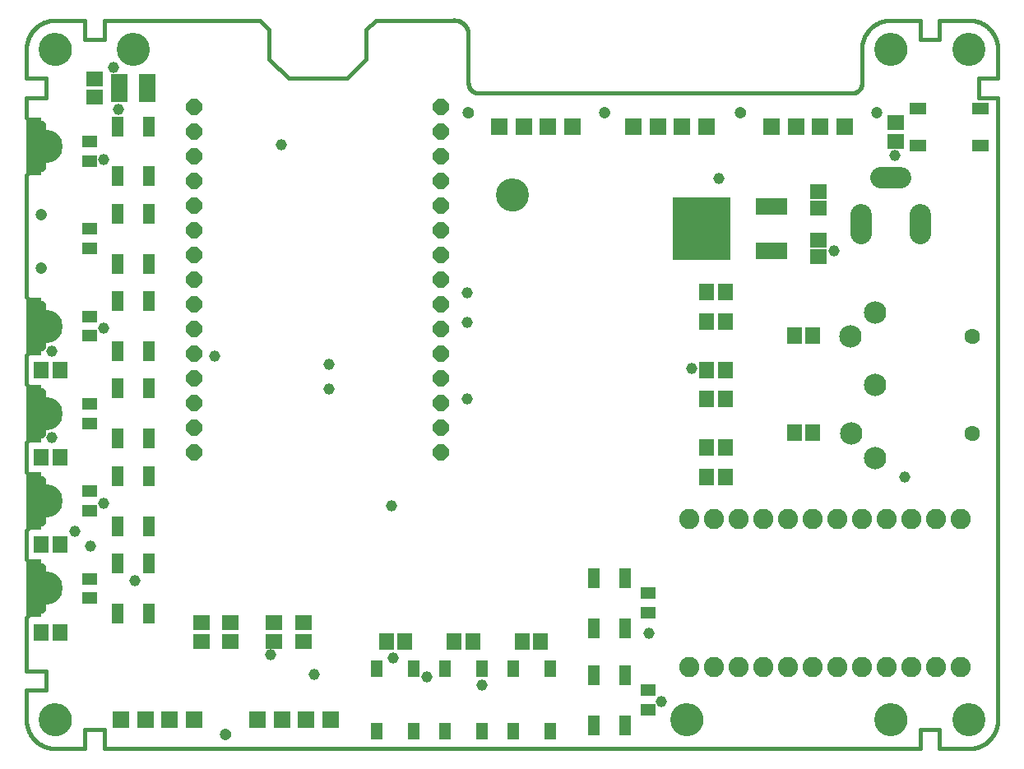
<source format=gts>
G75*
%MOIN*%
%OFA0B0*%
%FSLAX25Y25*%
%IPPOS*%
%LPD*%
%AMOC8*
5,1,8,0,0,1.08239X$1,22.5*
%
%ADD10C,0.00000*%
%ADD11C,0.04737*%
%ADD12C,0.01600*%
%ADD13C,0.13398*%
%ADD14R,0.12611X0.07099*%
%ADD15R,0.23635X0.25209*%
%ADD16R,0.06706X0.05918*%
%ADD17R,0.04600X0.08400*%
%ADD18C,0.05524*%
%ADD19C,0.13461*%
%ADD20R,0.05906X0.23622*%
%ADD21R,0.05918X0.07099*%
%ADD22R,0.06800X0.06800*%
%ADD23R,0.07099X0.05918*%
%ADD24R,0.07099X0.11430*%
%ADD25C,0.08200*%
%ADD26OC8,0.06400*%
%ADD27R,0.04737X0.07099*%
%ADD28R,0.06312X0.05131*%
%ADD29R,0.07099X0.04737*%
%ADD30C,0.08674*%
%ADD31C,0.09068*%
%ADD32C,0.06312*%
%ADD33C,0.04550*%
D10*
X0051847Y0030793D02*
X0051849Y0030951D01*
X0051855Y0031109D01*
X0051865Y0031267D01*
X0051879Y0031425D01*
X0051897Y0031582D01*
X0051918Y0031739D01*
X0051944Y0031895D01*
X0051974Y0032051D01*
X0052007Y0032206D01*
X0052045Y0032359D01*
X0052086Y0032512D01*
X0052131Y0032664D01*
X0052180Y0032815D01*
X0052233Y0032964D01*
X0052289Y0033112D01*
X0052349Y0033258D01*
X0052413Y0033403D01*
X0052481Y0033546D01*
X0052552Y0033688D01*
X0052626Y0033828D01*
X0052704Y0033965D01*
X0052786Y0034101D01*
X0052870Y0034235D01*
X0052959Y0034366D01*
X0053050Y0034495D01*
X0053145Y0034622D01*
X0053242Y0034747D01*
X0053343Y0034869D01*
X0053447Y0034988D01*
X0053554Y0035105D01*
X0053664Y0035219D01*
X0053777Y0035330D01*
X0053892Y0035439D01*
X0054010Y0035544D01*
X0054131Y0035646D01*
X0054254Y0035746D01*
X0054380Y0035842D01*
X0054508Y0035935D01*
X0054638Y0036025D01*
X0054771Y0036111D01*
X0054906Y0036195D01*
X0055042Y0036274D01*
X0055181Y0036351D01*
X0055322Y0036423D01*
X0055464Y0036493D01*
X0055608Y0036558D01*
X0055754Y0036620D01*
X0055901Y0036678D01*
X0056050Y0036733D01*
X0056200Y0036784D01*
X0056351Y0036831D01*
X0056503Y0036874D01*
X0056656Y0036913D01*
X0056811Y0036949D01*
X0056966Y0036980D01*
X0057122Y0037008D01*
X0057278Y0037032D01*
X0057435Y0037052D01*
X0057593Y0037068D01*
X0057750Y0037080D01*
X0057909Y0037088D01*
X0058067Y0037092D01*
X0058225Y0037092D01*
X0058383Y0037088D01*
X0058542Y0037080D01*
X0058699Y0037068D01*
X0058857Y0037052D01*
X0059014Y0037032D01*
X0059170Y0037008D01*
X0059326Y0036980D01*
X0059481Y0036949D01*
X0059636Y0036913D01*
X0059789Y0036874D01*
X0059941Y0036831D01*
X0060092Y0036784D01*
X0060242Y0036733D01*
X0060391Y0036678D01*
X0060538Y0036620D01*
X0060684Y0036558D01*
X0060828Y0036493D01*
X0060970Y0036423D01*
X0061111Y0036351D01*
X0061250Y0036274D01*
X0061386Y0036195D01*
X0061521Y0036111D01*
X0061654Y0036025D01*
X0061784Y0035935D01*
X0061912Y0035842D01*
X0062038Y0035746D01*
X0062161Y0035646D01*
X0062282Y0035544D01*
X0062400Y0035439D01*
X0062515Y0035330D01*
X0062628Y0035219D01*
X0062738Y0035105D01*
X0062845Y0034988D01*
X0062949Y0034869D01*
X0063050Y0034747D01*
X0063147Y0034622D01*
X0063242Y0034495D01*
X0063333Y0034366D01*
X0063422Y0034235D01*
X0063506Y0034101D01*
X0063588Y0033965D01*
X0063666Y0033828D01*
X0063740Y0033688D01*
X0063811Y0033546D01*
X0063879Y0033403D01*
X0063943Y0033258D01*
X0064003Y0033112D01*
X0064059Y0032964D01*
X0064112Y0032815D01*
X0064161Y0032664D01*
X0064206Y0032512D01*
X0064247Y0032359D01*
X0064285Y0032206D01*
X0064318Y0032051D01*
X0064348Y0031895D01*
X0064374Y0031739D01*
X0064395Y0031582D01*
X0064413Y0031425D01*
X0064427Y0031267D01*
X0064437Y0031109D01*
X0064443Y0030951D01*
X0064445Y0030793D01*
X0064443Y0030635D01*
X0064437Y0030477D01*
X0064427Y0030319D01*
X0064413Y0030161D01*
X0064395Y0030004D01*
X0064374Y0029847D01*
X0064348Y0029691D01*
X0064318Y0029535D01*
X0064285Y0029380D01*
X0064247Y0029227D01*
X0064206Y0029074D01*
X0064161Y0028922D01*
X0064112Y0028771D01*
X0064059Y0028622D01*
X0064003Y0028474D01*
X0063943Y0028328D01*
X0063879Y0028183D01*
X0063811Y0028040D01*
X0063740Y0027898D01*
X0063666Y0027758D01*
X0063588Y0027621D01*
X0063506Y0027485D01*
X0063422Y0027351D01*
X0063333Y0027220D01*
X0063242Y0027091D01*
X0063147Y0026964D01*
X0063050Y0026839D01*
X0062949Y0026717D01*
X0062845Y0026598D01*
X0062738Y0026481D01*
X0062628Y0026367D01*
X0062515Y0026256D01*
X0062400Y0026147D01*
X0062282Y0026042D01*
X0062161Y0025940D01*
X0062038Y0025840D01*
X0061912Y0025744D01*
X0061784Y0025651D01*
X0061654Y0025561D01*
X0061521Y0025475D01*
X0061386Y0025391D01*
X0061250Y0025312D01*
X0061111Y0025235D01*
X0060970Y0025163D01*
X0060828Y0025093D01*
X0060684Y0025028D01*
X0060538Y0024966D01*
X0060391Y0024908D01*
X0060242Y0024853D01*
X0060092Y0024802D01*
X0059941Y0024755D01*
X0059789Y0024712D01*
X0059636Y0024673D01*
X0059481Y0024637D01*
X0059326Y0024606D01*
X0059170Y0024578D01*
X0059014Y0024554D01*
X0058857Y0024534D01*
X0058699Y0024518D01*
X0058542Y0024506D01*
X0058383Y0024498D01*
X0058225Y0024494D01*
X0058067Y0024494D01*
X0057909Y0024498D01*
X0057750Y0024506D01*
X0057593Y0024518D01*
X0057435Y0024534D01*
X0057278Y0024554D01*
X0057122Y0024578D01*
X0056966Y0024606D01*
X0056811Y0024637D01*
X0056656Y0024673D01*
X0056503Y0024712D01*
X0056351Y0024755D01*
X0056200Y0024802D01*
X0056050Y0024853D01*
X0055901Y0024908D01*
X0055754Y0024966D01*
X0055608Y0025028D01*
X0055464Y0025093D01*
X0055322Y0025163D01*
X0055181Y0025235D01*
X0055042Y0025312D01*
X0054906Y0025391D01*
X0054771Y0025475D01*
X0054638Y0025561D01*
X0054508Y0025651D01*
X0054380Y0025744D01*
X0054254Y0025840D01*
X0054131Y0025940D01*
X0054010Y0026042D01*
X0053892Y0026147D01*
X0053777Y0026256D01*
X0053664Y0026367D01*
X0053554Y0026481D01*
X0053447Y0026598D01*
X0053343Y0026717D01*
X0053242Y0026839D01*
X0053145Y0026964D01*
X0053050Y0027091D01*
X0052959Y0027220D01*
X0052870Y0027351D01*
X0052786Y0027485D01*
X0052704Y0027621D01*
X0052626Y0027758D01*
X0052552Y0027898D01*
X0052481Y0028040D01*
X0052413Y0028183D01*
X0052349Y0028328D01*
X0052289Y0028474D01*
X0052233Y0028622D01*
X0052180Y0028771D01*
X0052131Y0028922D01*
X0052086Y0029074D01*
X0052045Y0029227D01*
X0052007Y0029380D01*
X0051974Y0029535D01*
X0051944Y0029691D01*
X0051918Y0029847D01*
X0051897Y0030004D01*
X0051879Y0030161D01*
X0051865Y0030319D01*
X0051855Y0030477D01*
X0051849Y0030635D01*
X0051847Y0030793D01*
X0125074Y0024887D02*
X0125076Y0024975D01*
X0125082Y0025063D01*
X0125092Y0025151D01*
X0125106Y0025239D01*
X0125123Y0025325D01*
X0125145Y0025411D01*
X0125170Y0025495D01*
X0125200Y0025579D01*
X0125232Y0025661D01*
X0125269Y0025741D01*
X0125309Y0025820D01*
X0125353Y0025897D01*
X0125400Y0025972D01*
X0125450Y0026044D01*
X0125504Y0026115D01*
X0125560Y0026182D01*
X0125620Y0026248D01*
X0125682Y0026310D01*
X0125748Y0026370D01*
X0125815Y0026426D01*
X0125886Y0026480D01*
X0125958Y0026530D01*
X0126033Y0026577D01*
X0126110Y0026621D01*
X0126189Y0026661D01*
X0126269Y0026698D01*
X0126351Y0026730D01*
X0126435Y0026760D01*
X0126519Y0026785D01*
X0126605Y0026807D01*
X0126691Y0026824D01*
X0126779Y0026838D01*
X0126867Y0026848D01*
X0126955Y0026854D01*
X0127043Y0026856D01*
X0127131Y0026854D01*
X0127219Y0026848D01*
X0127307Y0026838D01*
X0127395Y0026824D01*
X0127481Y0026807D01*
X0127567Y0026785D01*
X0127651Y0026760D01*
X0127735Y0026730D01*
X0127817Y0026698D01*
X0127897Y0026661D01*
X0127976Y0026621D01*
X0128053Y0026577D01*
X0128128Y0026530D01*
X0128200Y0026480D01*
X0128271Y0026426D01*
X0128338Y0026370D01*
X0128404Y0026310D01*
X0128466Y0026248D01*
X0128526Y0026182D01*
X0128582Y0026115D01*
X0128636Y0026044D01*
X0128686Y0025972D01*
X0128733Y0025897D01*
X0128777Y0025820D01*
X0128817Y0025741D01*
X0128854Y0025661D01*
X0128886Y0025579D01*
X0128916Y0025495D01*
X0128941Y0025411D01*
X0128963Y0025325D01*
X0128980Y0025239D01*
X0128994Y0025151D01*
X0129004Y0025063D01*
X0129010Y0024975D01*
X0129012Y0024887D01*
X0129010Y0024799D01*
X0129004Y0024711D01*
X0128994Y0024623D01*
X0128980Y0024535D01*
X0128963Y0024449D01*
X0128941Y0024363D01*
X0128916Y0024279D01*
X0128886Y0024195D01*
X0128854Y0024113D01*
X0128817Y0024033D01*
X0128777Y0023954D01*
X0128733Y0023877D01*
X0128686Y0023802D01*
X0128636Y0023730D01*
X0128582Y0023659D01*
X0128526Y0023592D01*
X0128466Y0023526D01*
X0128404Y0023464D01*
X0128338Y0023404D01*
X0128271Y0023348D01*
X0128200Y0023294D01*
X0128128Y0023244D01*
X0128053Y0023197D01*
X0127976Y0023153D01*
X0127897Y0023113D01*
X0127817Y0023076D01*
X0127735Y0023044D01*
X0127651Y0023014D01*
X0127567Y0022989D01*
X0127481Y0022967D01*
X0127395Y0022950D01*
X0127307Y0022936D01*
X0127219Y0022926D01*
X0127131Y0022920D01*
X0127043Y0022918D01*
X0126955Y0022920D01*
X0126867Y0022926D01*
X0126779Y0022936D01*
X0126691Y0022950D01*
X0126605Y0022967D01*
X0126519Y0022989D01*
X0126435Y0023014D01*
X0126351Y0023044D01*
X0126269Y0023076D01*
X0126189Y0023113D01*
X0126110Y0023153D01*
X0126033Y0023197D01*
X0125958Y0023244D01*
X0125886Y0023294D01*
X0125815Y0023348D01*
X0125748Y0023404D01*
X0125682Y0023464D01*
X0125620Y0023526D01*
X0125560Y0023592D01*
X0125504Y0023659D01*
X0125450Y0023730D01*
X0125400Y0023802D01*
X0125353Y0023877D01*
X0125309Y0023954D01*
X0125269Y0024033D01*
X0125232Y0024113D01*
X0125200Y0024195D01*
X0125170Y0024279D01*
X0125145Y0024363D01*
X0125123Y0024449D01*
X0125106Y0024535D01*
X0125092Y0024623D01*
X0125082Y0024711D01*
X0125076Y0024799D01*
X0125074Y0024887D01*
X0125076Y0024975D01*
X0125082Y0025063D01*
X0125092Y0025151D01*
X0125106Y0025239D01*
X0125123Y0025325D01*
X0125145Y0025411D01*
X0125170Y0025495D01*
X0125200Y0025579D01*
X0125232Y0025661D01*
X0125269Y0025741D01*
X0125309Y0025820D01*
X0125353Y0025897D01*
X0125400Y0025972D01*
X0125450Y0026044D01*
X0125504Y0026115D01*
X0125560Y0026182D01*
X0125620Y0026248D01*
X0125682Y0026310D01*
X0125748Y0026370D01*
X0125815Y0026426D01*
X0125886Y0026480D01*
X0125958Y0026530D01*
X0126033Y0026577D01*
X0126110Y0026621D01*
X0126189Y0026661D01*
X0126269Y0026698D01*
X0126351Y0026730D01*
X0126435Y0026760D01*
X0126519Y0026785D01*
X0126605Y0026807D01*
X0126691Y0026824D01*
X0126779Y0026838D01*
X0126867Y0026848D01*
X0126955Y0026854D01*
X0127043Y0026856D01*
X0127131Y0026854D01*
X0127219Y0026848D01*
X0127307Y0026838D01*
X0127395Y0026824D01*
X0127481Y0026807D01*
X0127567Y0026785D01*
X0127651Y0026760D01*
X0127735Y0026730D01*
X0127817Y0026698D01*
X0127897Y0026661D01*
X0127976Y0026621D01*
X0128053Y0026577D01*
X0128128Y0026530D01*
X0128200Y0026480D01*
X0128271Y0026426D01*
X0128338Y0026370D01*
X0128404Y0026310D01*
X0128466Y0026248D01*
X0128526Y0026182D01*
X0128582Y0026115D01*
X0128636Y0026044D01*
X0128686Y0025972D01*
X0128733Y0025897D01*
X0128777Y0025820D01*
X0128817Y0025741D01*
X0128854Y0025661D01*
X0128886Y0025579D01*
X0128916Y0025495D01*
X0128941Y0025411D01*
X0128963Y0025325D01*
X0128980Y0025239D01*
X0128994Y0025151D01*
X0129004Y0025063D01*
X0129010Y0024975D01*
X0129012Y0024887D01*
X0129010Y0024799D01*
X0129004Y0024711D01*
X0128994Y0024623D01*
X0128980Y0024535D01*
X0128963Y0024449D01*
X0128941Y0024363D01*
X0128916Y0024279D01*
X0128886Y0024195D01*
X0128854Y0024113D01*
X0128817Y0024033D01*
X0128777Y0023954D01*
X0128733Y0023877D01*
X0128686Y0023802D01*
X0128636Y0023730D01*
X0128582Y0023659D01*
X0128526Y0023592D01*
X0128466Y0023526D01*
X0128404Y0023464D01*
X0128338Y0023404D01*
X0128271Y0023348D01*
X0128200Y0023294D01*
X0128128Y0023244D01*
X0128053Y0023197D01*
X0127976Y0023153D01*
X0127897Y0023113D01*
X0127817Y0023076D01*
X0127735Y0023044D01*
X0127651Y0023014D01*
X0127567Y0022989D01*
X0127481Y0022967D01*
X0127395Y0022950D01*
X0127307Y0022936D01*
X0127219Y0022926D01*
X0127131Y0022920D01*
X0127043Y0022918D01*
X0126955Y0022920D01*
X0126867Y0022926D01*
X0126779Y0022936D01*
X0126691Y0022950D01*
X0126605Y0022967D01*
X0126519Y0022989D01*
X0126435Y0023014D01*
X0126351Y0023044D01*
X0126269Y0023076D01*
X0126189Y0023113D01*
X0126110Y0023153D01*
X0126033Y0023197D01*
X0125958Y0023244D01*
X0125886Y0023294D01*
X0125815Y0023348D01*
X0125748Y0023404D01*
X0125682Y0023464D01*
X0125620Y0023526D01*
X0125560Y0023592D01*
X0125504Y0023659D01*
X0125450Y0023730D01*
X0125400Y0023802D01*
X0125353Y0023877D01*
X0125309Y0023954D01*
X0125269Y0024033D01*
X0125232Y0024113D01*
X0125200Y0024195D01*
X0125170Y0024279D01*
X0125145Y0024363D01*
X0125123Y0024449D01*
X0125106Y0024535D01*
X0125092Y0024623D01*
X0125082Y0024711D01*
X0125076Y0024799D01*
X0125074Y0024887D01*
X0307752Y0030793D02*
X0307754Y0030951D01*
X0307760Y0031109D01*
X0307770Y0031267D01*
X0307784Y0031425D01*
X0307802Y0031582D01*
X0307823Y0031739D01*
X0307849Y0031895D01*
X0307879Y0032051D01*
X0307912Y0032206D01*
X0307950Y0032359D01*
X0307991Y0032512D01*
X0308036Y0032664D01*
X0308085Y0032815D01*
X0308138Y0032964D01*
X0308194Y0033112D01*
X0308254Y0033258D01*
X0308318Y0033403D01*
X0308386Y0033546D01*
X0308457Y0033688D01*
X0308531Y0033828D01*
X0308609Y0033965D01*
X0308691Y0034101D01*
X0308775Y0034235D01*
X0308864Y0034366D01*
X0308955Y0034495D01*
X0309050Y0034622D01*
X0309147Y0034747D01*
X0309248Y0034869D01*
X0309352Y0034988D01*
X0309459Y0035105D01*
X0309569Y0035219D01*
X0309682Y0035330D01*
X0309797Y0035439D01*
X0309915Y0035544D01*
X0310036Y0035646D01*
X0310159Y0035746D01*
X0310285Y0035842D01*
X0310413Y0035935D01*
X0310543Y0036025D01*
X0310676Y0036111D01*
X0310811Y0036195D01*
X0310947Y0036274D01*
X0311086Y0036351D01*
X0311227Y0036423D01*
X0311369Y0036493D01*
X0311513Y0036558D01*
X0311659Y0036620D01*
X0311806Y0036678D01*
X0311955Y0036733D01*
X0312105Y0036784D01*
X0312256Y0036831D01*
X0312408Y0036874D01*
X0312561Y0036913D01*
X0312716Y0036949D01*
X0312871Y0036980D01*
X0313027Y0037008D01*
X0313183Y0037032D01*
X0313340Y0037052D01*
X0313498Y0037068D01*
X0313655Y0037080D01*
X0313814Y0037088D01*
X0313972Y0037092D01*
X0314130Y0037092D01*
X0314288Y0037088D01*
X0314447Y0037080D01*
X0314604Y0037068D01*
X0314762Y0037052D01*
X0314919Y0037032D01*
X0315075Y0037008D01*
X0315231Y0036980D01*
X0315386Y0036949D01*
X0315541Y0036913D01*
X0315694Y0036874D01*
X0315846Y0036831D01*
X0315997Y0036784D01*
X0316147Y0036733D01*
X0316296Y0036678D01*
X0316443Y0036620D01*
X0316589Y0036558D01*
X0316733Y0036493D01*
X0316875Y0036423D01*
X0317016Y0036351D01*
X0317155Y0036274D01*
X0317291Y0036195D01*
X0317426Y0036111D01*
X0317559Y0036025D01*
X0317689Y0035935D01*
X0317817Y0035842D01*
X0317943Y0035746D01*
X0318066Y0035646D01*
X0318187Y0035544D01*
X0318305Y0035439D01*
X0318420Y0035330D01*
X0318533Y0035219D01*
X0318643Y0035105D01*
X0318750Y0034988D01*
X0318854Y0034869D01*
X0318955Y0034747D01*
X0319052Y0034622D01*
X0319147Y0034495D01*
X0319238Y0034366D01*
X0319327Y0034235D01*
X0319411Y0034101D01*
X0319493Y0033965D01*
X0319571Y0033828D01*
X0319645Y0033688D01*
X0319716Y0033546D01*
X0319784Y0033403D01*
X0319848Y0033258D01*
X0319908Y0033112D01*
X0319964Y0032964D01*
X0320017Y0032815D01*
X0320066Y0032664D01*
X0320111Y0032512D01*
X0320152Y0032359D01*
X0320190Y0032206D01*
X0320223Y0032051D01*
X0320253Y0031895D01*
X0320279Y0031739D01*
X0320300Y0031582D01*
X0320318Y0031425D01*
X0320332Y0031267D01*
X0320342Y0031109D01*
X0320348Y0030951D01*
X0320350Y0030793D01*
X0320348Y0030635D01*
X0320342Y0030477D01*
X0320332Y0030319D01*
X0320318Y0030161D01*
X0320300Y0030004D01*
X0320279Y0029847D01*
X0320253Y0029691D01*
X0320223Y0029535D01*
X0320190Y0029380D01*
X0320152Y0029227D01*
X0320111Y0029074D01*
X0320066Y0028922D01*
X0320017Y0028771D01*
X0319964Y0028622D01*
X0319908Y0028474D01*
X0319848Y0028328D01*
X0319784Y0028183D01*
X0319716Y0028040D01*
X0319645Y0027898D01*
X0319571Y0027758D01*
X0319493Y0027621D01*
X0319411Y0027485D01*
X0319327Y0027351D01*
X0319238Y0027220D01*
X0319147Y0027091D01*
X0319052Y0026964D01*
X0318955Y0026839D01*
X0318854Y0026717D01*
X0318750Y0026598D01*
X0318643Y0026481D01*
X0318533Y0026367D01*
X0318420Y0026256D01*
X0318305Y0026147D01*
X0318187Y0026042D01*
X0318066Y0025940D01*
X0317943Y0025840D01*
X0317817Y0025744D01*
X0317689Y0025651D01*
X0317559Y0025561D01*
X0317426Y0025475D01*
X0317291Y0025391D01*
X0317155Y0025312D01*
X0317016Y0025235D01*
X0316875Y0025163D01*
X0316733Y0025093D01*
X0316589Y0025028D01*
X0316443Y0024966D01*
X0316296Y0024908D01*
X0316147Y0024853D01*
X0315997Y0024802D01*
X0315846Y0024755D01*
X0315694Y0024712D01*
X0315541Y0024673D01*
X0315386Y0024637D01*
X0315231Y0024606D01*
X0315075Y0024578D01*
X0314919Y0024554D01*
X0314762Y0024534D01*
X0314604Y0024518D01*
X0314447Y0024506D01*
X0314288Y0024498D01*
X0314130Y0024494D01*
X0313972Y0024494D01*
X0313814Y0024498D01*
X0313655Y0024506D01*
X0313498Y0024518D01*
X0313340Y0024534D01*
X0313183Y0024554D01*
X0313027Y0024578D01*
X0312871Y0024606D01*
X0312716Y0024637D01*
X0312561Y0024673D01*
X0312408Y0024712D01*
X0312256Y0024755D01*
X0312105Y0024802D01*
X0311955Y0024853D01*
X0311806Y0024908D01*
X0311659Y0024966D01*
X0311513Y0025028D01*
X0311369Y0025093D01*
X0311227Y0025163D01*
X0311086Y0025235D01*
X0310947Y0025312D01*
X0310811Y0025391D01*
X0310676Y0025475D01*
X0310543Y0025561D01*
X0310413Y0025651D01*
X0310285Y0025744D01*
X0310159Y0025840D01*
X0310036Y0025940D01*
X0309915Y0026042D01*
X0309797Y0026147D01*
X0309682Y0026256D01*
X0309569Y0026367D01*
X0309459Y0026481D01*
X0309352Y0026598D01*
X0309248Y0026717D01*
X0309147Y0026839D01*
X0309050Y0026964D01*
X0308955Y0027091D01*
X0308864Y0027220D01*
X0308775Y0027351D01*
X0308691Y0027485D01*
X0308609Y0027621D01*
X0308531Y0027758D01*
X0308457Y0027898D01*
X0308386Y0028040D01*
X0308318Y0028183D01*
X0308254Y0028328D01*
X0308194Y0028474D01*
X0308138Y0028622D01*
X0308085Y0028771D01*
X0308036Y0028922D01*
X0307991Y0029074D01*
X0307950Y0029227D01*
X0307912Y0029380D01*
X0307879Y0029535D01*
X0307849Y0029691D01*
X0307823Y0029847D01*
X0307802Y0030004D01*
X0307784Y0030161D01*
X0307770Y0030319D01*
X0307760Y0030477D01*
X0307754Y0030635D01*
X0307752Y0030793D01*
X0390429Y0030793D02*
X0390431Y0030951D01*
X0390437Y0031109D01*
X0390447Y0031267D01*
X0390461Y0031425D01*
X0390479Y0031582D01*
X0390500Y0031739D01*
X0390526Y0031895D01*
X0390556Y0032051D01*
X0390589Y0032206D01*
X0390627Y0032359D01*
X0390668Y0032512D01*
X0390713Y0032664D01*
X0390762Y0032815D01*
X0390815Y0032964D01*
X0390871Y0033112D01*
X0390931Y0033258D01*
X0390995Y0033403D01*
X0391063Y0033546D01*
X0391134Y0033688D01*
X0391208Y0033828D01*
X0391286Y0033965D01*
X0391368Y0034101D01*
X0391452Y0034235D01*
X0391541Y0034366D01*
X0391632Y0034495D01*
X0391727Y0034622D01*
X0391824Y0034747D01*
X0391925Y0034869D01*
X0392029Y0034988D01*
X0392136Y0035105D01*
X0392246Y0035219D01*
X0392359Y0035330D01*
X0392474Y0035439D01*
X0392592Y0035544D01*
X0392713Y0035646D01*
X0392836Y0035746D01*
X0392962Y0035842D01*
X0393090Y0035935D01*
X0393220Y0036025D01*
X0393353Y0036111D01*
X0393488Y0036195D01*
X0393624Y0036274D01*
X0393763Y0036351D01*
X0393904Y0036423D01*
X0394046Y0036493D01*
X0394190Y0036558D01*
X0394336Y0036620D01*
X0394483Y0036678D01*
X0394632Y0036733D01*
X0394782Y0036784D01*
X0394933Y0036831D01*
X0395085Y0036874D01*
X0395238Y0036913D01*
X0395393Y0036949D01*
X0395548Y0036980D01*
X0395704Y0037008D01*
X0395860Y0037032D01*
X0396017Y0037052D01*
X0396175Y0037068D01*
X0396332Y0037080D01*
X0396491Y0037088D01*
X0396649Y0037092D01*
X0396807Y0037092D01*
X0396965Y0037088D01*
X0397124Y0037080D01*
X0397281Y0037068D01*
X0397439Y0037052D01*
X0397596Y0037032D01*
X0397752Y0037008D01*
X0397908Y0036980D01*
X0398063Y0036949D01*
X0398218Y0036913D01*
X0398371Y0036874D01*
X0398523Y0036831D01*
X0398674Y0036784D01*
X0398824Y0036733D01*
X0398973Y0036678D01*
X0399120Y0036620D01*
X0399266Y0036558D01*
X0399410Y0036493D01*
X0399552Y0036423D01*
X0399693Y0036351D01*
X0399832Y0036274D01*
X0399968Y0036195D01*
X0400103Y0036111D01*
X0400236Y0036025D01*
X0400366Y0035935D01*
X0400494Y0035842D01*
X0400620Y0035746D01*
X0400743Y0035646D01*
X0400864Y0035544D01*
X0400982Y0035439D01*
X0401097Y0035330D01*
X0401210Y0035219D01*
X0401320Y0035105D01*
X0401427Y0034988D01*
X0401531Y0034869D01*
X0401632Y0034747D01*
X0401729Y0034622D01*
X0401824Y0034495D01*
X0401915Y0034366D01*
X0402004Y0034235D01*
X0402088Y0034101D01*
X0402170Y0033965D01*
X0402248Y0033828D01*
X0402322Y0033688D01*
X0402393Y0033546D01*
X0402461Y0033403D01*
X0402525Y0033258D01*
X0402585Y0033112D01*
X0402641Y0032964D01*
X0402694Y0032815D01*
X0402743Y0032664D01*
X0402788Y0032512D01*
X0402829Y0032359D01*
X0402867Y0032206D01*
X0402900Y0032051D01*
X0402930Y0031895D01*
X0402956Y0031739D01*
X0402977Y0031582D01*
X0402995Y0031425D01*
X0403009Y0031267D01*
X0403019Y0031109D01*
X0403025Y0030951D01*
X0403027Y0030793D01*
X0403025Y0030635D01*
X0403019Y0030477D01*
X0403009Y0030319D01*
X0402995Y0030161D01*
X0402977Y0030004D01*
X0402956Y0029847D01*
X0402930Y0029691D01*
X0402900Y0029535D01*
X0402867Y0029380D01*
X0402829Y0029227D01*
X0402788Y0029074D01*
X0402743Y0028922D01*
X0402694Y0028771D01*
X0402641Y0028622D01*
X0402585Y0028474D01*
X0402525Y0028328D01*
X0402461Y0028183D01*
X0402393Y0028040D01*
X0402322Y0027898D01*
X0402248Y0027758D01*
X0402170Y0027621D01*
X0402088Y0027485D01*
X0402004Y0027351D01*
X0401915Y0027220D01*
X0401824Y0027091D01*
X0401729Y0026964D01*
X0401632Y0026839D01*
X0401531Y0026717D01*
X0401427Y0026598D01*
X0401320Y0026481D01*
X0401210Y0026367D01*
X0401097Y0026256D01*
X0400982Y0026147D01*
X0400864Y0026042D01*
X0400743Y0025940D01*
X0400620Y0025840D01*
X0400494Y0025744D01*
X0400366Y0025651D01*
X0400236Y0025561D01*
X0400103Y0025475D01*
X0399968Y0025391D01*
X0399832Y0025312D01*
X0399693Y0025235D01*
X0399552Y0025163D01*
X0399410Y0025093D01*
X0399266Y0025028D01*
X0399120Y0024966D01*
X0398973Y0024908D01*
X0398824Y0024853D01*
X0398674Y0024802D01*
X0398523Y0024755D01*
X0398371Y0024712D01*
X0398218Y0024673D01*
X0398063Y0024637D01*
X0397908Y0024606D01*
X0397752Y0024578D01*
X0397596Y0024554D01*
X0397439Y0024534D01*
X0397281Y0024518D01*
X0397124Y0024506D01*
X0396965Y0024498D01*
X0396807Y0024494D01*
X0396649Y0024494D01*
X0396491Y0024498D01*
X0396332Y0024506D01*
X0396175Y0024518D01*
X0396017Y0024534D01*
X0395860Y0024554D01*
X0395704Y0024578D01*
X0395548Y0024606D01*
X0395393Y0024637D01*
X0395238Y0024673D01*
X0395085Y0024712D01*
X0394933Y0024755D01*
X0394782Y0024802D01*
X0394632Y0024853D01*
X0394483Y0024908D01*
X0394336Y0024966D01*
X0394190Y0025028D01*
X0394046Y0025093D01*
X0393904Y0025163D01*
X0393763Y0025235D01*
X0393624Y0025312D01*
X0393488Y0025391D01*
X0393353Y0025475D01*
X0393220Y0025561D01*
X0393090Y0025651D01*
X0392962Y0025744D01*
X0392836Y0025840D01*
X0392713Y0025940D01*
X0392592Y0026042D01*
X0392474Y0026147D01*
X0392359Y0026256D01*
X0392246Y0026367D01*
X0392136Y0026481D01*
X0392029Y0026598D01*
X0391925Y0026717D01*
X0391824Y0026839D01*
X0391727Y0026964D01*
X0391632Y0027091D01*
X0391541Y0027220D01*
X0391452Y0027351D01*
X0391368Y0027485D01*
X0391286Y0027621D01*
X0391208Y0027758D01*
X0391134Y0027898D01*
X0391063Y0028040D01*
X0390995Y0028183D01*
X0390931Y0028328D01*
X0390871Y0028474D01*
X0390815Y0028622D01*
X0390762Y0028771D01*
X0390713Y0028922D01*
X0390668Y0029074D01*
X0390627Y0029227D01*
X0390589Y0029380D01*
X0390556Y0029535D01*
X0390526Y0029691D01*
X0390500Y0029847D01*
X0390479Y0030004D01*
X0390461Y0030161D01*
X0390447Y0030319D01*
X0390437Y0030477D01*
X0390431Y0030635D01*
X0390429Y0030793D01*
X0421925Y0030793D02*
X0421927Y0030951D01*
X0421933Y0031109D01*
X0421943Y0031267D01*
X0421957Y0031425D01*
X0421975Y0031582D01*
X0421996Y0031739D01*
X0422022Y0031895D01*
X0422052Y0032051D01*
X0422085Y0032206D01*
X0422123Y0032359D01*
X0422164Y0032512D01*
X0422209Y0032664D01*
X0422258Y0032815D01*
X0422311Y0032964D01*
X0422367Y0033112D01*
X0422427Y0033258D01*
X0422491Y0033403D01*
X0422559Y0033546D01*
X0422630Y0033688D01*
X0422704Y0033828D01*
X0422782Y0033965D01*
X0422864Y0034101D01*
X0422948Y0034235D01*
X0423037Y0034366D01*
X0423128Y0034495D01*
X0423223Y0034622D01*
X0423320Y0034747D01*
X0423421Y0034869D01*
X0423525Y0034988D01*
X0423632Y0035105D01*
X0423742Y0035219D01*
X0423855Y0035330D01*
X0423970Y0035439D01*
X0424088Y0035544D01*
X0424209Y0035646D01*
X0424332Y0035746D01*
X0424458Y0035842D01*
X0424586Y0035935D01*
X0424716Y0036025D01*
X0424849Y0036111D01*
X0424984Y0036195D01*
X0425120Y0036274D01*
X0425259Y0036351D01*
X0425400Y0036423D01*
X0425542Y0036493D01*
X0425686Y0036558D01*
X0425832Y0036620D01*
X0425979Y0036678D01*
X0426128Y0036733D01*
X0426278Y0036784D01*
X0426429Y0036831D01*
X0426581Y0036874D01*
X0426734Y0036913D01*
X0426889Y0036949D01*
X0427044Y0036980D01*
X0427200Y0037008D01*
X0427356Y0037032D01*
X0427513Y0037052D01*
X0427671Y0037068D01*
X0427828Y0037080D01*
X0427987Y0037088D01*
X0428145Y0037092D01*
X0428303Y0037092D01*
X0428461Y0037088D01*
X0428620Y0037080D01*
X0428777Y0037068D01*
X0428935Y0037052D01*
X0429092Y0037032D01*
X0429248Y0037008D01*
X0429404Y0036980D01*
X0429559Y0036949D01*
X0429714Y0036913D01*
X0429867Y0036874D01*
X0430019Y0036831D01*
X0430170Y0036784D01*
X0430320Y0036733D01*
X0430469Y0036678D01*
X0430616Y0036620D01*
X0430762Y0036558D01*
X0430906Y0036493D01*
X0431048Y0036423D01*
X0431189Y0036351D01*
X0431328Y0036274D01*
X0431464Y0036195D01*
X0431599Y0036111D01*
X0431732Y0036025D01*
X0431862Y0035935D01*
X0431990Y0035842D01*
X0432116Y0035746D01*
X0432239Y0035646D01*
X0432360Y0035544D01*
X0432478Y0035439D01*
X0432593Y0035330D01*
X0432706Y0035219D01*
X0432816Y0035105D01*
X0432923Y0034988D01*
X0433027Y0034869D01*
X0433128Y0034747D01*
X0433225Y0034622D01*
X0433320Y0034495D01*
X0433411Y0034366D01*
X0433500Y0034235D01*
X0433584Y0034101D01*
X0433666Y0033965D01*
X0433744Y0033828D01*
X0433818Y0033688D01*
X0433889Y0033546D01*
X0433957Y0033403D01*
X0434021Y0033258D01*
X0434081Y0033112D01*
X0434137Y0032964D01*
X0434190Y0032815D01*
X0434239Y0032664D01*
X0434284Y0032512D01*
X0434325Y0032359D01*
X0434363Y0032206D01*
X0434396Y0032051D01*
X0434426Y0031895D01*
X0434452Y0031739D01*
X0434473Y0031582D01*
X0434491Y0031425D01*
X0434505Y0031267D01*
X0434515Y0031109D01*
X0434521Y0030951D01*
X0434523Y0030793D01*
X0434521Y0030635D01*
X0434515Y0030477D01*
X0434505Y0030319D01*
X0434491Y0030161D01*
X0434473Y0030004D01*
X0434452Y0029847D01*
X0434426Y0029691D01*
X0434396Y0029535D01*
X0434363Y0029380D01*
X0434325Y0029227D01*
X0434284Y0029074D01*
X0434239Y0028922D01*
X0434190Y0028771D01*
X0434137Y0028622D01*
X0434081Y0028474D01*
X0434021Y0028328D01*
X0433957Y0028183D01*
X0433889Y0028040D01*
X0433818Y0027898D01*
X0433744Y0027758D01*
X0433666Y0027621D01*
X0433584Y0027485D01*
X0433500Y0027351D01*
X0433411Y0027220D01*
X0433320Y0027091D01*
X0433225Y0026964D01*
X0433128Y0026839D01*
X0433027Y0026717D01*
X0432923Y0026598D01*
X0432816Y0026481D01*
X0432706Y0026367D01*
X0432593Y0026256D01*
X0432478Y0026147D01*
X0432360Y0026042D01*
X0432239Y0025940D01*
X0432116Y0025840D01*
X0431990Y0025744D01*
X0431862Y0025651D01*
X0431732Y0025561D01*
X0431599Y0025475D01*
X0431464Y0025391D01*
X0431328Y0025312D01*
X0431189Y0025235D01*
X0431048Y0025163D01*
X0430906Y0025093D01*
X0430762Y0025028D01*
X0430616Y0024966D01*
X0430469Y0024908D01*
X0430320Y0024853D01*
X0430170Y0024802D01*
X0430019Y0024755D01*
X0429867Y0024712D01*
X0429714Y0024673D01*
X0429559Y0024637D01*
X0429404Y0024606D01*
X0429248Y0024578D01*
X0429092Y0024554D01*
X0428935Y0024534D01*
X0428777Y0024518D01*
X0428620Y0024506D01*
X0428461Y0024498D01*
X0428303Y0024494D01*
X0428145Y0024494D01*
X0427987Y0024498D01*
X0427828Y0024506D01*
X0427671Y0024518D01*
X0427513Y0024534D01*
X0427356Y0024554D01*
X0427200Y0024578D01*
X0427044Y0024606D01*
X0426889Y0024637D01*
X0426734Y0024673D01*
X0426581Y0024712D01*
X0426429Y0024755D01*
X0426278Y0024802D01*
X0426128Y0024853D01*
X0425979Y0024908D01*
X0425832Y0024966D01*
X0425686Y0025028D01*
X0425542Y0025093D01*
X0425400Y0025163D01*
X0425259Y0025235D01*
X0425120Y0025312D01*
X0424984Y0025391D01*
X0424849Y0025475D01*
X0424716Y0025561D01*
X0424586Y0025651D01*
X0424458Y0025744D01*
X0424332Y0025840D01*
X0424209Y0025940D01*
X0424088Y0026042D01*
X0423970Y0026147D01*
X0423855Y0026256D01*
X0423742Y0026367D01*
X0423632Y0026481D01*
X0423525Y0026598D01*
X0423421Y0026717D01*
X0423320Y0026839D01*
X0423223Y0026964D01*
X0423128Y0027091D01*
X0423037Y0027220D01*
X0422948Y0027351D01*
X0422864Y0027485D01*
X0422782Y0027621D01*
X0422704Y0027758D01*
X0422630Y0027898D01*
X0422559Y0028040D01*
X0422491Y0028183D01*
X0422427Y0028328D01*
X0422367Y0028474D01*
X0422311Y0028622D01*
X0422258Y0028771D01*
X0422209Y0028922D01*
X0422164Y0029074D01*
X0422123Y0029227D01*
X0422085Y0029380D01*
X0422052Y0029535D01*
X0422022Y0029691D01*
X0421996Y0029847D01*
X0421975Y0030004D01*
X0421957Y0030161D01*
X0421943Y0030319D01*
X0421933Y0030477D01*
X0421927Y0030635D01*
X0421925Y0030793D01*
X0426964Y0146856D02*
X0426966Y0146961D01*
X0426972Y0147066D01*
X0426982Y0147170D01*
X0426996Y0147274D01*
X0427014Y0147378D01*
X0427036Y0147480D01*
X0427061Y0147582D01*
X0427091Y0147683D01*
X0427124Y0147782D01*
X0427161Y0147880D01*
X0427202Y0147977D01*
X0427247Y0148072D01*
X0427295Y0148165D01*
X0427346Y0148257D01*
X0427402Y0148346D01*
X0427460Y0148433D01*
X0427522Y0148518D01*
X0427586Y0148601D01*
X0427654Y0148681D01*
X0427725Y0148758D01*
X0427799Y0148832D01*
X0427876Y0148904D01*
X0427955Y0148973D01*
X0428037Y0149038D01*
X0428121Y0149101D01*
X0428208Y0149160D01*
X0428297Y0149216D01*
X0428388Y0149269D01*
X0428481Y0149318D01*
X0428575Y0149363D01*
X0428671Y0149405D01*
X0428769Y0149443D01*
X0428868Y0149477D01*
X0428969Y0149508D01*
X0429070Y0149534D01*
X0429173Y0149557D01*
X0429276Y0149576D01*
X0429380Y0149591D01*
X0429484Y0149602D01*
X0429589Y0149609D01*
X0429694Y0149612D01*
X0429799Y0149611D01*
X0429904Y0149606D01*
X0430008Y0149597D01*
X0430112Y0149584D01*
X0430216Y0149567D01*
X0430319Y0149546D01*
X0430421Y0149521D01*
X0430522Y0149493D01*
X0430621Y0149460D01*
X0430720Y0149424D01*
X0430817Y0149384D01*
X0430912Y0149341D01*
X0431006Y0149293D01*
X0431098Y0149243D01*
X0431188Y0149189D01*
X0431276Y0149131D01*
X0431361Y0149070D01*
X0431444Y0149006D01*
X0431525Y0148939D01*
X0431603Y0148869D01*
X0431678Y0148795D01*
X0431750Y0148720D01*
X0431820Y0148641D01*
X0431886Y0148560D01*
X0431950Y0148476D01*
X0432010Y0148390D01*
X0432066Y0148302D01*
X0432120Y0148211D01*
X0432170Y0148119D01*
X0432216Y0148025D01*
X0432259Y0147929D01*
X0432298Y0147831D01*
X0432333Y0147733D01*
X0432364Y0147632D01*
X0432392Y0147531D01*
X0432416Y0147429D01*
X0432436Y0147326D01*
X0432452Y0147222D01*
X0432464Y0147118D01*
X0432472Y0147013D01*
X0432476Y0146908D01*
X0432476Y0146804D01*
X0432472Y0146699D01*
X0432464Y0146594D01*
X0432452Y0146490D01*
X0432436Y0146386D01*
X0432416Y0146283D01*
X0432392Y0146181D01*
X0432364Y0146080D01*
X0432333Y0145979D01*
X0432298Y0145881D01*
X0432259Y0145783D01*
X0432216Y0145687D01*
X0432170Y0145593D01*
X0432120Y0145501D01*
X0432066Y0145410D01*
X0432010Y0145322D01*
X0431950Y0145236D01*
X0431886Y0145152D01*
X0431820Y0145071D01*
X0431750Y0144992D01*
X0431678Y0144917D01*
X0431603Y0144843D01*
X0431525Y0144773D01*
X0431444Y0144706D01*
X0431361Y0144642D01*
X0431276Y0144581D01*
X0431188Y0144523D01*
X0431098Y0144469D01*
X0431006Y0144419D01*
X0430912Y0144371D01*
X0430817Y0144328D01*
X0430720Y0144288D01*
X0430621Y0144252D01*
X0430522Y0144219D01*
X0430421Y0144191D01*
X0430319Y0144166D01*
X0430216Y0144145D01*
X0430112Y0144128D01*
X0430008Y0144115D01*
X0429904Y0144106D01*
X0429799Y0144101D01*
X0429694Y0144100D01*
X0429589Y0144103D01*
X0429484Y0144110D01*
X0429380Y0144121D01*
X0429276Y0144136D01*
X0429173Y0144155D01*
X0429070Y0144178D01*
X0428969Y0144204D01*
X0428868Y0144235D01*
X0428769Y0144269D01*
X0428671Y0144307D01*
X0428575Y0144349D01*
X0428481Y0144394D01*
X0428388Y0144443D01*
X0428297Y0144496D01*
X0428208Y0144552D01*
X0428121Y0144611D01*
X0428037Y0144674D01*
X0427955Y0144739D01*
X0427876Y0144808D01*
X0427799Y0144880D01*
X0427725Y0144954D01*
X0427654Y0145031D01*
X0427586Y0145111D01*
X0427522Y0145194D01*
X0427460Y0145279D01*
X0427402Y0145366D01*
X0427346Y0145455D01*
X0427295Y0145547D01*
X0427247Y0145640D01*
X0427202Y0145735D01*
X0427161Y0145832D01*
X0427124Y0145930D01*
X0427091Y0146029D01*
X0427061Y0146130D01*
X0427036Y0146232D01*
X0427014Y0146334D01*
X0426996Y0146438D01*
X0426982Y0146542D01*
X0426972Y0146646D01*
X0426966Y0146751D01*
X0426964Y0146856D01*
X0426964Y0186186D02*
X0426966Y0186291D01*
X0426972Y0186396D01*
X0426982Y0186500D01*
X0426996Y0186604D01*
X0427014Y0186708D01*
X0427036Y0186810D01*
X0427061Y0186912D01*
X0427091Y0187013D01*
X0427124Y0187112D01*
X0427161Y0187210D01*
X0427202Y0187307D01*
X0427247Y0187402D01*
X0427295Y0187495D01*
X0427346Y0187587D01*
X0427402Y0187676D01*
X0427460Y0187763D01*
X0427522Y0187848D01*
X0427586Y0187931D01*
X0427654Y0188011D01*
X0427725Y0188088D01*
X0427799Y0188162D01*
X0427876Y0188234D01*
X0427955Y0188303D01*
X0428037Y0188368D01*
X0428121Y0188431D01*
X0428208Y0188490D01*
X0428297Y0188546D01*
X0428388Y0188599D01*
X0428481Y0188648D01*
X0428575Y0188693D01*
X0428671Y0188735D01*
X0428769Y0188773D01*
X0428868Y0188807D01*
X0428969Y0188838D01*
X0429070Y0188864D01*
X0429173Y0188887D01*
X0429276Y0188906D01*
X0429380Y0188921D01*
X0429484Y0188932D01*
X0429589Y0188939D01*
X0429694Y0188942D01*
X0429799Y0188941D01*
X0429904Y0188936D01*
X0430008Y0188927D01*
X0430112Y0188914D01*
X0430216Y0188897D01*
X0430319Y0188876D01*
X0430421Y0188851D01*
X0430522Y0188823D01*
X0430621Y0188790D01*
X0430720Y0188754D01*
X0430817Y0188714D01*
X0430912Y0188671D01*
X0431006Y0188623D01*
X0431098Y0188573D01*
X0431188Y0188519D01*
X0431276Y0188461D01*
X0431361Y0188400D01*
X0431444Y0188336D01*
X0431525Y0188269D01*
X0431603Y0188199D01*
X0431678Y0188125D01*
X0431750Y0188050D01*
X0431820Y0187971D01*
X0431886Y0187890D01*
X0431950Y0187806D01*
X0432010Y0187720D01*
X0432066Y0187632D01*
X0432120Y0187541D01*
X0432170Y0187449D01*
X0432216Y0187355D01*
X0432259Y0187259D01*
X0432298Y0187161D01*
X0432333Y0187063D01*
X0432364Y0186962D01*
X0432392Y0186861D01*
X0432416Y0186759D01*
X0432436Y0186656D01*
X0432452Y0186552D01*
X0432464Y0186448D01*
X0432472Y0186343D01*
X0432476Y0186238D01*
X0432476Y0186134D01*
X0432472Y0186029D01*
X0432464Y0185924D01*
X0432452Y0185820D01*
X0432436Y0185716D01*
X0432416Y0185613D01*
X0432392Y0185511D01*
X0432364Y0185410D01*
X0432333Y0185309D01*
X0432298Y0185211D01*
X0432259Y0185113D01*
X0432216Y0185017D01*
X0432170Y0184923D01*
X0432120Y0184831D01*
X0432066Y0184740D01*
X0432010Y0184652D01*
X0431950Y0184566D01*
X0431886Y0184482D01*
X0431820Y0184401D01*
X0431750Y0184322D01*
X0431678Y0184247D01*
X0431603Y0184173D01*
X0431525Y0184103D01*
X0431444Y0184036D01*
X0431361Y0183972D01*
X0431276Y0183911D01*
X0431188Y0183853D01*
X0431098Y0183799D01*
X0431006Y0183749D01*
X0430912Y0183701D01*
X0430817Y0183658D01*
X0430720Y0183618D01*
X0430621Y0183582D01*
X0430522Y0183549D01*
X0430421Y0183521D01*
X0430319Y0183496D01*
X0430216Y0183475D01*
X0430112Y0183458D01*
X0430008Y0183445D01*
X0429904Y0183436D01*
X0429799Y0183431D01*
X0429694Y0183430D01*
X0429589Y0183433D01*
X0429484Y0183440D01*
X0429380Y0183451D01*
X0429276Y0183466D01*
X0429173Y0183485D01*
X0429070Y0183508D01*
X0428969Y0183534D01*
X0428868Y0183565D01*
X0428769Y0183599D01*
X0428671Y0183637D01*
X0428575Y0183679D01*
X0428481Y0183724D01*
X0428388Y0183773D01*
X0428297Y0183826D01*
X0428208Y0183882D01*
X0428121Y0183941D01*
X0428037Y0184004D01*
X0427955Y0184069D01*
X0427876Y0184138D01*
X0427799Y0184210D01*
X0427725Y0184284D01*
X0427654Y0184361D01*
X0427586Y0184441D01*
X0427522Y0184524D01*
X0427460Y0184609D01*
X0427402Y0184696D01*
X0427346Y0184785D01*
X0427295Y0184877D01*
X0427247Y0184970D01*
X0427202Y0185065D01*
X0427161Y0185162D01*
X0427124Y0185260D01*
X0427091Y0185359D01*
X0427061Y0185460D01*
X0427036Y0185562D01*
X0427014Y0185664D01*
X0426996Y0185768D01*
X0426982Y0185872D01*
X0426972Y0185976D01*
X0426966Y0186081D01*
X0426964Y0186186D01*
X0388854Y0276856D02*
X0388856Y0276944D01*
X0388862Y0277032D01*
X0388872Y0277120D01*
X0388886Y0277208D01*
X0388903Y0277294D01*
X0388925Y0277380D01*
X0388950Y0277464D01*
X0388980Y0277548D01*
X0389012Y0277630D01*
X0389049Y0277710D01*
X0389089Y0277789D01*
X0389133Y0277866D01*
X0389180Y0277941D01*
X0389230Y0278013D01*
X0389284Y0278084D01*
X0389340Y0278151D01*
X0389400Y0278217D01*
X0389462Y0278279D01*
X0389528Y0278339D01*
X0389595Y0278395D01*
X0389666Y0278449D01*
X0389738Y0278499D01*
X0389813Y0278546D01*
X0389890Y0278590D01*
X0389969Y0278630D01*
X0390049Y0278667D01*
X0390131Y0278699D01*
X0390215Y0278729D01*
X0390299Y0278754D01*
X0390385Y0278776D01*
X0390471Y0278793D01*
X0390559Y0278807D01*
X0390647Y0278817D01*
X0390735Y0278823D01*
X0390823Y0278825D01*
X0390911Y0278823D01*
X0390999Y0278817D01*
X0391087Y0278807D01*
X0391175Y0278793D01*
X0391261Y0278776D01*
X0391347Y0278754D01*
X0391431Y0278729D01*
X0391515Y0278699D01*
X0391597Y0278667D01*
X0391677Y0278630D01*
X0391756Y0278590D01*
X0391833Y0278546D01*
X0391908Y0278499D01*
X0391980Y0278449D01*
X0392051Y0278395D01*
X0392118Y0278339D01*
X0392184Y0278279D01*
X0392246Y0278217D01*
X0392306Y0278151D01*
X0392362Y0278084D01*
X0392416Y0278013D01*
X0392466Y0277941D01*
X0392513Y0277866D01*
X0392557Y0277789D01*
X0392597Y0277710D01*
X0392634Y0277630D01*
X0392666Y0277548D01*
X0392696Y0277464D01*
X0392721Y0277380D01*
X0392743Y0277294D01*
X0392760Y0277208D01*
X0392774Y0277120D01*
X0392784Y0277032D01*
X0392790Y0276944D01*
X0392792Y0276856D01*
X0392790Y0276768D01*
X0392784Y0276680D01*
X0392774Y0276592D01*
X0392760Y0276504D01*
X0392743Y0276418D01*
X0392721Y0276332D01*
X0392696Y0276248D01*
X0392666Y0276164D01*
X0392634Y0276082D01*
X0392597Y0276002D01*
X0392557Y0275923D01*
X0392513Y0275846D01*
X0392466Y0275771D01*
X0392416Y0275699D01*
X0392362Y0275628D01*
X0392306Y0275561D01*
X0392246Y0275495D01*
X0392184Y0275433D01*
X0392118Y0275373D01*
X0392051Y0275317D01*
X0391980Y0275263D01*
X0391908Y0275213D01*
X0391833Y0275166D01*
X0391756Y0275122D01*
X0391677Y0275082D01*
X0391597Y0275045D01*
X0391515Y0275013D01*
X0391431Y0274983D01*
X0391347Y0274958D01*
X0391261Y0274936D01*
X0391175Y0274919D01*
X0391087Y0274905D01*
X0390999Y0274895D01*
X0390911Y0274889D01*
X0390823Y0274887D01*
X0390735Y0274889D01*
X0390647Y0274895D01*
X0390559Y0274905D01*
X0390471Y0274919D01*
X0390385Y0274936D01*
X0390299Y0274958D01*
X0390215Y0274983D01*
X0390131Y0275013D01*
X0390049Y0275045D01*
X0389969Y0275082D01*
X0389890Y0275122D01*
X0389813Y0275166D01*
X0389738Y0275213D01*
X0389666Y0275263D01*
X0389595Y0275317D01*
X0389528Y0275373D01*
X0389462Y0275433D01*
X0389400Y0275495D01*
X0389340Y0275561D01*
X0389284Y0275628D01*
X0389230Y0275699D01*
X0389180Y0275771D01*
X0389133Y0275846D01*
X0389089Y0275923D01*
X0389049Y0276002D01*
X0389012Y0276082D01*
X0388980Y0276164D01*
X0388950Y0276248D01*
X0388925Y0276332D01*
X0388903Y0276418D01*
X0388886Y0276504D01*
X0388872Y0276592D01*
X0388862Y0276680D01*
X0388856Y0276768D01*
X0388854Y0276856D01*
X0390429Y0302446D02*
X0390431Y0302604D01*
X0390437Y0302762D01*
X0390447Y0302920D01*
X0390461Y0303078D01*
X0390479Y0303235D01*
X0390500Y0303392D01*
X0390526Y0303548D01*
X0390556Y0303704D01*
X0390589Y0303859D01*
X0390627Y0304012D01*
X0390668Y0304165D01*
X0390713Y0304317D01*
X0390762Y0304468D01*
X0390815Y0304617D01*
X0390871Y0304765D01*
X0390931Y0304911D01*
X0390995Y0305056D01*
X0391063Y0305199D01*
X0391134Y0305341D01*
X0391208Y0305481D01*
X0391286Y0305618D01*
X0391368Y0305754D01*
X0391452Y0305888D01*
X0391541Y0306019D01*
X0391632Y0306148D01*
X0391727Y0306275D01*
X0391824Y0306400D01*
X0391925Y0306522D01*
X0392029Y0306641D01*
X0392136Y0306758D01*
X0392246Y0306872D01*
X0392359Y0306983D01*
X0392474Y0307092D01*
X0392592Y0307197D01*
X0392713Y0307299D01*
X0392836Y0307399D01*
X0392962Y0307495D01*
X0393090Y0307588D01*
X0393220Y0307678D01*
X0393353Y0307764D01*
X0393488Y0307848D01*
X0393624Y0307927D01*
X0393763Y0308004D01*
X0393904Y0308076D01*
X0394046Y0308146D01*
X0394190Y0308211D01*
X0394336Y0308273D01*
X0394483Y0308331D01*
X0394632Y0308386D01*
X0394782Y0308437D01*
X0394933Y0308484D01*
X0395085Y0308527D01*
X0395238Y0308566D01*
X0395393Y0308602D01*
X0395548Y0308633D01*
X0395704Y0308661D01*
X0395860Y0308685D01*
X0396017Y0308705D01*
X0396175Y0308721D01*
X0396332Y0308733D01*
X0396491Y0308741D01*
X0396649Y0308745D01*
X0396807Y0308745D01*
X0396965Y0308741D01*
X0397124Y0308733D01*
X0397281Y0308721D01*
X0397439Y0308705D01*
X0397596Y0308685D01*
X0397752Y0308661D01*
X0397908Y0308633D01*
X0398063Y0308602D01*
X0398218Y0308566D01*
X0398371Y0308527D01*
X0398523Y0308484D01*
X0398674Y0308437D01*
X0398824Y0308386D01*
X0398973Y0308331D01*
X0399120Y0308273D01*
X0399266Y0308211D01*
X0399410Y0308146D01*
X0399552Y0308076D01*
X0399693Y0308004D01*
X0399832Y0307927D01*
X0399968Y0307848D01*
X0400103Y0307764D01*
X0400236Y0307678D01*
X0400366Y0307588D01*
X0400494Y0307495D01*
X0400620Y0307399D01*
X0400743Y0307299D01*
X0400864Y0307197D01*
X0400982Y0307092D01*
X0401097Y0306983D01*
X0401210Y0306872D01*
X0401320Y0306758D01*
X0401427Y0306641D01*
X0401531Y0306522D01*
X0401632Y0306400D01*
X0401729Y0306275D01*
X0401824Y0306148D01*
X0401915Y0306019D01*
X0402004Y0305888D01*
X0402088Y0305754D01*
X0402170Y0305618D01*
X0402248Y0305481D01*
X0402322Y0305341D01*
X0402393Y0305199D01*
X0402461Y0305056D01*
X0402525Y0304911D01*
X0402585Y0304765D01*
X0402641Y0304617D01*
X0402694Y0304468D01*
X0402743Y0304317D01*
X0402788Y0304165D01*
X0402829Y0304012D01*
X0402867Y0303859D01*
X0402900Y0303704D01*
X0402930Y0303548D01*
X0402956Y0303392D01*
X0402977Y0303235D01*
X0402995Y0303078D01*
X0403009Y0302920D01*
X0403019Y0302762D01*
X0403025Y0302604D01*
X0403027Y0302446D01*
X0403025Y0302288D01*
X0403019Y0302130D01*
X0403009Y0301972D01*
X0402995Y0301814D01*
X0402977Y0301657D01*
X0402956Y0301500D01*
X0402930Y0301344D01*
X0402900Y0301188D01*
X0402867Y0301033D01*
X0402829Y0300880D01*
X0402788Y0300727D01*
X0402743Y0300575D01*
X0402694Y0300424D01*
X0402641Y0300275D01*
X0402585Y0300127D01*
X0402525Y0299981D01*
X0402461Y0299836D01*
X0402393Y0299693D01*
X0402322Y0299551D01*
X0402248Y0299411D01*
X0402170Y0299274D01*
X0402088Y0299138D01*
X0402004Y0299004D01*
X0401915Y0298873D01*
X0401824Y0298744D01*
X0401729Y0298617D01*
X0401632Y0298492D01*
X0401531Y0298370D01*
X0401427Y0298251D01*
X0401320Y0298134D01*
X0401210Y0298020D01*
X0401097Y0297909D01*
X0400982Y0297800D01*
X0400864Y0297695D01*
X0400743Y0297593D01*
X0400620Y0297493D01*
X0400494Y0297397D01*
X0400366Y0297304D01*
X0400236Y0297214D01*
X0400103Y0297128D01*
X0399968Y0297044D01*
X0399832Y0296965D01*
X0399693Y0296888D01*
X0399552Y0296816D01*
X0399410Y0296746D01*
X0399266Y0296681D01*
X0399120Y0296619D01*
X0398973Y0296561D01*
X0398824Y0296506D01*
X0398674Y0296455D01*
X0398523Y0296408D01*
X0398371Y0296365D01*
X0398218Y0296326D01*
X0398063Y0296290D01*
X0397908Y0296259D01*
X0397752Y0296231D01*
X0397596Y0296207D01*
X0397439Y0296187D01*
X0397281Y0296171D01*
X0397124Y0296159D01*
X0396965Y0296151D01*
X0396807Y0296147D01*
X0396649Y0296147D01*
X0396491Y0296151D01*
X0396332Y0296159D01*
X0396175Y0296171D01*
X0396017Y0296187D01*
X0395860Y0296207D01*
X0395704Y0296231D01*
X0395548Y0296259D01*
X0395393Y0296290D01*
X0395238Y0296326D01*
X0395085Y0296365D01*
X0394933Y0296408D01*
X0394782Y0296455D01*
X0394632Y0296506D01*
X0394483Y0296561D01*
X0394336Y0296619D01*
X0394190Y0296681D01*
X0394046Y0296746D01*
X0393904Y0296816D01*
X0393763Y0296888D01*
X0393624Y0296965D01*
X0393488Y0297044D01*
X0393353Y0297128D01*
X0393220Y0297214D01*
X0393090Y0297304D01*
X0392962Y0297397D01*
X0392836Y0297493D01*
X0392713Y0297593D01*
X0392592Y0297695D01*
X0392474Y0297800D01*
X0392359Y0297909D01*
X0392246Y0298020D01*
X0392136Y0298134D01*
X0392029Y0298251D01*
X0391925Y0298370D01*
X0391824Y0298492D01*
X0391727Y0298617D01*
X0391632Y0298744D01*
X0391541Y0298873D01*
X0391452Y0299004D01*
X0391368Y0299138D01*
X0391286Y0299274D01*
X0391208Y0299411D01*
X0391134Y0299551D01*
X0391063Y0299693D01*
X0390995Y0299836D01*
X0390931Y0299981D01*
X0390871Y0300127D01*
X0390815Y0300275D01*
X0390762Y0300424D01*
X0390713Y0300575D01*
X0390668Y0300727D01*
X0390627Y0300880D01*
X0390589Y0301033D01*
X0390556Y0301188D01*
X0390526Y0301344D01*
X0390500Y0301500D01*
X0390479Y0301657D01*
X0390461Y0301814D01*
X0390447Y0301972D01*
X0390437Y0302130D01*
X0390431Y0302288D01*
X0390429Y0302446D01*
X0421925Y0302446D02*
X0421927Y0302604D01*
X0421933Y0302762D01*
X0421943Y0302920D01*
X0421957Y0303078D01*
X0421975Y0303235D01*
X0421996Y0303392D01*
X0422022Y0303548D01*
X0422052Y0303704D01*
X0422085Y0303859D01*
X0422123Y0304012D01*
X0422164Y0304165D01*
X0422209Y0304317D01*
X0422258Y0304468D01*
X0422311Y0304617D01*
X0422367Y0304765D01*
X0422427Y0304911D01*
X0422491Y0305056D01*
X0422559Y0305199D01*
X0422630Y0305341D01*
X0422704Y0305481D01*
X0422782Y0305618D01*
X0422864Y0305754D01*
X0422948Y0305888D01*
X0423037Y0306019D01*
X0423128Y0306148D01*
X0423223Y0306275D01*
X0423320Y0306400D01*
X0423421Y0306522D01*
X0423525Y0306641D01*
X0423632Y0306758D01*
X0423742Y0306872D01*
X0423855Y0306983D01*
X0423970Y0307092D01*
X0424088Y0307197D01*
X0424209Y0307299D01*
X0424332Y0307399D01*
X0424458Y0307495D01*
X0424586Y0307588D01*
X0424716Y0307678D01*
X0424849Y0307764D01*
X0424984Y0307848D01*
X0425120Y0307927D01*
X0425259Y0308004D01*
X0425400Y0308076D01*
X0425542Y0308146D01*
X0425686Y0308211D01*
X0425832Y0308273D01*
X0425979Y0308331D01*
X0426128Y0308386D01*
X0426278Y0308437D01*
X0426429Y0308484D01*
X0426581Y0308527D01*
X0426734Y0308566D01*
X0426889Y0308602D01*
X0427044Y0308633D01*
X0427200Y0308661D01*
X0427356Y0308685D01*
X0427513Y0308705D01*
X0427671Y0308721D01*
X0427828Y0308733D01*
X0427987Y0308741D01*
X0428145Y0308745D01*
X0428303Y0308745D01*
X0428461Y0308741D01*
X0428620Y0308733D01*
X0428777Y0308721D01*
X0428935Y0308705D01*
X0429092Y0308685D01*
X0429248Y0308661D01*
X0429404Y0308633D01*
X0429559Y0308602D01*
X0429714Y0308566D01*
X0429867Y0308527D01*
X0430019Y0308484D01*
X0430170Y0308437D01*
X0430320Y0308386D01*
X0430469Y0308331D01*
X0430616Y0308273D01*
X0430762Y0308211D01*
X0430906Y0308146D01*
X0431048Y0308076D01*
X0431189Y0308004D01*
X0431328Y0307927D01*
X0431464Y0307848D01*
X0431599Y0307764D01*
X0431732Y0307678D01*
X0431862Y0307588D01*
X0431990Y0307495D01*
X0432116Y0307399D01*
X0432239Y0307299D01*
X0432360Y0307197D01*
X0432478Y0307092D01*
X0432593Y0306983D01*
X0432706Y0306872D01*
X0432816Y0306758D01*
X0432923Y0306641D01*
X0433027Y0306522D01*
X0433128Y0306400D01*
X0433225Y0306275D01*
X0433320Y0306148D01*
X0433411Y0306019D01*
X0433500Y0305888D01*
X0433584Y0305754D01*
X0433666Y0305618D01*
X0433744Y0305481D01*
X0433818Y0305341D01*
X0433889Y0305199D01*
X0433957Y0305056D01*
X0434021Y0304911D01*
X0434081Y0304765D01*
X0434137Y0304617D01*
X0434190Y0304468D01*
X0434239Y0304317D01*
X0434284Y0304165D01*
X0434325Y0304012D01*
X0434363Y0303859D01*
X0434396Y0303704D01*
X0434426Y0303548D01*
X0434452Y0303392D01*
X0434473Y0303235D01*
X0434491Y0303078D01*
X0434505Y0302920D01*
X0434515Y0302762D01*
X0434521Y0302604D01*
X0434523Y0302446D01*
X0434521Y0302288D01*
X0434515Y0302130D01*
X0434505Y0301972D01*
X0434491Y0301814D01*
X0434473Y0301657D01*
X0434452Y0301500D01*
X0434426Y0301344D01*
X0434396Y0301188D01*
X0434363Y0301033D01*
X0434325Y0300880D01*
X0434284Y0300727D01*
X0434239Y0300575D01*
X0434190Y0300424D01*
X0434137Y0300275D01*
X0434081Y0300127D01*
X0434021Y0299981D01*
X0433957Y0299836D01*
X0433889Y0299693D01*
X0433818Y0299551D01*
X0433744Y0299411D01*
X0433666Y0299274D01*
X0433584Y0299138D01*
X0433500Y0299004D01*
X0433411Y0298873D01*
X0433320Y0298744D01*
X0433225Y0298617D01*
X0433128Y0298492D01*
X0433027Y0298370D01*
X0432923Y0298251D01*
X0432816Y0298134D01*
X0432706Y0298020D01*
X0432593Y0297909D01*
X0432478Y0297800D01*
X0432360Y0297695D01*
X0432239Y0297593D01*
X0432116Y0297493D01*
X0431990Y0297397D01*
X0431862Y0297304D01*
X0431732Y0297214D01*
X0431599Y0297128D01*
X0431464Y0297044D01*
X0431328Y0296965D01*
X0431189Y0296888D01*
X0431048Y0296816D01*
X0430906Y0296746D01*
X0430762Y0296681D01*
X0430616Y0296619D01*
X0430469Y0296561D01*
X0430320Y0296506D01*
X0430170Y0296455D01*
X0430019Y0296408D01*
X0429867Y0296365D01*
X0429714Y0296326D01*
X0429559Y0296290D01*
X0429404Y0296259D01*
X0429248Y0296231D01*
X0429092Y0296207D01*
X0428935Y0296187D01*
X0428777Y0296171D01*
X0428620Y0296159D01*
X0428461Y0296151D01*
X0428303Y0296147D01*
X0428145Y0296147D01*
X0427987Y0296151D01*
X0427828Y0296159D01*
X0427671Y0296171D01*
X0427513Y0296187D01*
X0427356Y0296207D01*
X0427200Y0296231D01*
X0427044Y0296259D01*
X0426889Y0296290D01*
X0426734Y0296326D01*
X0426581Y0296365D01*
X0426429Y0296408D01*
X0426278Y0296455D01*
X0426128Y0296506D01*
X0425979Y0296561D01*
X0425832Y0296619D01*
X0425686Y0296681D01*
X0425542Y0296746D01*
X0425400Y0296816D01*
X0425259Y0296888D01*
X0425120Y0296965D01*
X0424984Y0297044D01*
X0424849Y0297128D01*
X0424716Y0297214D01*
X0424586Y0297304D01*
X0424458Y0297397D01*
X0424332Y0297493D01*
X0424209Y0297593D01*
X0424088Y0297695D01*
X0423970Y0297800D01*
X0423855Y0297909D01*
X0423742Y0298020D01*
X0423632Y0298134D01*
X0423525Y0298251D01*
X0423421Y0298370D01*
X0423320Y0298492D01*
X0423223Y0298617D01*
X0423128Y0298744D01*
X0423037Y0298873D01*
X0422948Y0299004D01*
X0422864Y0299138D01*
X0422782Y0299274D01*
X0422704Y0299411D01*
X0422630Y0299551D01*
X0422559Y0299693D01*
X0422491Y0299836D01*
X0422427Y0299981D01*
X0422367Y0300127D01*
X0422311Y0300275D01*
X0422258Y0300424D01*
X0422209Y0300575D01*
X0422164Y0300727D01*
X0422123Y0300880D01*
X0422085Y0301033D01*
X0422052Y0301188D01*
X0422022Y0301344D01*
X0421996Y0301500D01*
X0421975Y0301657D01*
X0421957Y0301814D01*
X0421943Y0301972D01*
X0421933Y0302130D01*
X0421927Y0302288D01*
X0421925Y0302446D01*
X0333736Y0276856D02*
X0333738Y0276944D01*
X0333744Y0277032D01*
X0333754Y0277120D01*
X0333768Y0277208D01*
X0333785Y0277294D01*
X0333807Y0277380D01*
X0333832Y0277464D01*
X0333862Y0277548D01*
X0333894Y0277630D01*
X0333931Y0277710D01*
X0333971Y0277789D01*
X0334015Y0277866D01*
X0334062Y0277941D01*
X0334112Y0278013D01*
X0334166Y0278084D01*
X0334222Y0278151D01*
X0334282Y0278217D01*
X0334344Y0278279D01*
X0334410Y0278339D01*
X0334477Y0278395D01*
X0334548Y0278449D01*
X0334620Y0278499D01*
X0334695Y0278546D01*
X0334772Y0278590D01*
X0334851Y0278630D01*
X0334931Y0278667D01*
X0335013Y0278699D01*
X0335097Y0278729D01*
X0335181Y0278754D01*
X0335267Y0278776D01*
X0335353Y0278793D01*
X0335441Y0278807D01*
X0335529Y0278817D01*
X0335617Y0278823D01*
X0335705Y0278825D01*
X0335793Y0278823D01*
X0335881Y0278817D01*
X0335969Y0278807D01*
X0336057Y0278793D01*
X0336143Y0278776D01*
X0336229Y0278754D01*
X0336313Y0278729D01*
X0336397Y0278699D01*
X0336479Y0278667D01*
X0336559Y0278630D01*
X0336638Y0278590D01*
X0336715Y0278546D01*
X0336790Y0278499D01*
X0336862Y0278449D01*
X0336933Y0278395D01*
X0337000Y0278339D01*
X0337066Y0278279D01*
X0337128Y0278217D01*
X0337188Y0278151D01*
X0337244Y0278084D01*
X0337298Y0278013D01*
X0337348Y0277941D01*
X0337395Y0277866D01*
X0337439Y0277789D01*
X0337479Y0277710D01*
X0337516Y0277630D01*
X0337548Y0277548D01*
X0337578Y0277464D01*
X0337603Y0277380D01*
X0337625Y0277294D01*
X0337642Y0277208D01*
X0337656Y0277120D01*
X0337666Y0277032D01*
X0337672Y0276944D01*
X0337674Y0276856D01*
X0337672Y0276768D01*
X0337666Y0276680D01*
X0337656Y0276592D01*
X0337642Y0276504D01*
X0337625Y0276418D01*
X0337603Y0276332D01*
X0337578Y0276248D01*
X0337548Y0276164D01*
X0337516Y0276082D01*
X0337479Y0276002D01*
X0337439Y0275923D01*
X0337395Y0275846D01*
X0337348Y0275771D01*
X0337298Y0275699D01*
X0337244Y0275628D01*
X0337188Y0275561D01*
X0337128Y0275495D01*
X0337066Y0275433D01*
X0337000Y0275373D01*
X0336933Y0275317D01*
X0336862Y0275263D01*
X0336790Y0275213D01*
X0336715Y0275166D01*
X0336638Y0275122D01*
X0336559Y0275082D01*
X0336479Y0275045D01*
X0336397Y0275013D01*
X0336313Y0274983D01*
X0336229Y0274958D01*
X0336143Y0274936D01*
X0336057Y0274919D01*
X0335969Y0274905D01*
X0335881Y0274895D01*
X0335793Y0274889D01*
X0335705Y0274887D01*
X0335617Y0274889D01*
X0335529Y0274895D01*
X0335441Y0274905D01*
X0335353Y0274919D01*
X0335267Y0274936D01*
X0335181Y0274958D01*
X0335097Y0274983D01*
X0335013Y0275013D01*
X0334931Y0275045D01*
X0334851Y0275082D01*
X0334772Y0275122D01*
X0334695Y0275166D01*
X0334620Y0275213D01*
X0334548Y0275263D01*
X0334477Y0275317D01*
X0334410Y0275373D01*
X0334344Y0275433D01*
X0334282Y0275495D01*
X0334222Y0275561D01*
X0334166Y0275628D01*
X0334112Y0275699D01*
X0334062Y0275771D01*
X0334015Y0275846D01*
X0333971Y0275923D01*
X0333931Y0276002D01*
X0333894Y0276082D01*
X0333862Y0276164D01*
X0333832Y0276248D01*
X0333807Y0276332D01*
X0333785Y0276418D01*
X0333768Y0276504D01*
X0333754Y0276592D01*
X0333744Y0276680D01*
X0333738Y0276768D01*
X0333736Y0276856D01*
X0333738Y0276944D01*
X0333744Y0277032D01*
X0333754Y0277120D01*
X0333768Y0277208D01*
X0333785Y0277294D01*
X0333807Y0277380D01*
X0333832Y0277464D01*
X0333862Y0277548D01*
X0333894Y0277630D01*
X0333931Y0277710D01*
X0333971Y0277789D01*
X0334015Y0277866D01*
X0334062Y0277941D01*
X0334112Y0278013D01*
X0334166Y0278084D01*
X0334222Y0278151D01*
X0334282Y0278217D01*
X0334344Y0278279D01*
X0334410Y0278339D01*
X0334477Y0278395D01*
X0334548Y0278449D01*
X0334620Y0278499D01*
X0334695Y0278546D01*
X0334772Y0278590D01*
X0334851Y0278630D01*
X0334931Y0278667D01*
X0335013Y0278699D01*
X0335097Y0278729D01*
X0335181Y0278754D01*
X0335267Y0278776D01*
X0335353Y0278793D01*
X0335441Y0278807D01*
X0335529Y0278817D01*
X0335617Y0278823D01*
X0335705Y0278825D01*
X0335793Y0278823D01*
X0335881Y0278817D01*
X0335969Y0278807D01*
X0336057Y0278793D01*
X0336143Y0278776D01*
X0336229Y0278754D01*
X0336313Y0278729D01*
X0336397Y0278699D01*
X0336479Y0278667D01*
X0336559Y0278630D01*
X0336638Y0278590D01*
X0336715Y0278546D01*
X0336790Y0278499D01*
X0336862Y0278449D01*
X0336933Y0278395D01*
X0337000Y0278339D01*
X0337066Y0278279D01*
X0337128Y0278217D01*
X0337188Y0278151D01*
X0337244Y0278084D01*
X0337298Y0278013D01*
X0337348Y0277941D01*
X0337395Y0277866D01*
X0337439Y0277789D01*
X0337479Y0277710D01*
X0337516Y0277630D01*
X0337548Y0277548D01*
X0337578Y0277464D01*
X0337603Y0277380D01*
X0337625Y0277294D01*
X0337642Y0277208D01*
X0337656Y0277120D01*
X0337666Y0277032D01*
X0337672Y0276944D01*
X0337674Y0276856D01*
X0337672Y0276768D01*
X0337666Y0276680D01*
X0337656Y0276592D01*
X0337642Y0276504D01*
X0337625Y0276418D01*
X0337603Y0276332D01*
X0337578Y0276248D01*
X0337548Y0276164D01*
X0337516Y0276082D01*
X0337479Y0276002D01*
X0337439Y0275923D01*
X0337395Y0275846D01*
X0337348Y0275771D01*
X0337298Y0275699D01*
X0337244Y0275628D01*
X0337188Y0275561D01*
X0337128Y0275495D01*
X0337066Y0275433D01*
X0337000Y0275373D01*
X0336933Y0275317D01*
X0336862Y0275263D01*
X0336790Y0275213D01*
X0336715Y0275166D01*
X0336638Y0275122D01*
X0336559Y0275082D01*
X0336479Y0275045D01*
X0336397Y0275013D01*
X0336313Y0274983D01*
X0336229Y0274958D01*
X0336143Y0274936D01*
X0336057Y0274919D01*
X0335969Y0274905D01*
X0335881Y0274895D01*
X0335793Y0274889D01*
X0335705Y0274887D01*
X0335617Y0274889D01*
X0335529Y0274895D01*
X0335441Y0274905D01*
X0335353Y0274919D01*
X0335267Y0274936D01*
X0335181Y0274958D01*
X0335097Y0274983D01*
X0335013Y0275013D01*
X0334931Y0275045D01*
X0334851Y0275082D01*
X0334772Y0275122D01*
X0334695Y0275166D01*
X0334620Y0275213D01*
X0334548Y0275263D01*
X0334477Y0275317D01*
X0334410Y0275373D01*
X0334344Y0275433D01*
X0334282Y0275495D01*
X0334222Y0275561D01*
X0334166Y0275628D01*
X0334112Y0275699D01*
X0334062Y0275771D01*
X0334015Y0275846D01*
X0333971Y0275923D01*
X0333931Y0276002D01*
X0333894Y0276082D01*
X0333862Y0276164D01*
X0333832Y0276248D01*
X0333807Y0276332D01*
X0333785Y0276418D01*
X0333768Y0276504D01*
X0333754Y0276592D01*
X0333744Y0276680D01*
X0333738Y0276768D01*
X0333736Y0276856D01*
X0278618Y0276856D02*
X0278620Y0276944D01*
X0278626Y0277032D01*
X0278636Y0277120D01*
X0278650Y0277208D01*
X0278667Y0277294D01*
X0278689Y0277380D01*
X0278714Y0277464D01*
X0278744Y0277548D01*
X0278776Y0277630D01*
X0278813Y0277710D01*
X0278853Y0277789D01*
X0278897Y0277866D01*
X0278944Y0277941D01*
X0278994Y0278013D01*
X0279048Y0278084D01*
X0279104Y0278151D01*
X0279164Y0278217D01*
X0279226Y0278279D01*
X0279292Y0278339D01*
X0279359Y0278395D01*
X0279430Y0278449D01*
X0279502Y0278499D01*
X0279577Y0278546D01*
X0279654Y0278590D01*
X0279733Y0278630D01*
X0279813Y0278667D01*
X0279895Y0278699D01*
X0279979Y0278729D01*
X0280063Y0278754D01*
X0280149Y0278776D01*
X0280235Y0278793D01*
X0280323Y0278807D01*
X0280411Y0278817D01*
X0280499Y0278823D01*
X0280587Y0278825D01*
X0280675Y0278823D01*
X0280763Y0278817D01*
X0280851Y0278807D01*
X0280939Y0278793D01*
X0281025Y0278776D01*
X0281111Y0278754D01*
X0281195Y0278729D01*
X0281279Y0278699D01*
X0281361Y0278667D01*
X0281441Y0278630D01*
X0281520Y0278590D01*
X0281597Y0278546D01*
X0281672Y0278499D01*
X0281744Y0278449D01*
X0281815Y0278395D01*
X0281882Y0278339D01*
X0281948Y0278279D01*
X0282010Y0278217D01*
X0282070Y0278151D01*
X0282126Y0278084D01*
X0282180Y0278013D01*
X0282230Y0277941D01*
X0282277Y0277866D01*
X0282321Y0277789D01*
X0282361Y0277710D01*
X0282398Y0277630D01*
X0282430Y0277548D01*
X0282460Y0277464D01*
X0282485Y0277380D01*
X0282507Y0277294D01*
X0282524Y0277208D01*
X0282538Y0277120D01*
X0282548Y0277032D01*
X0282554Y0276944D01*
X0282556Y0276856D01*
X0282554Y0276768D01*
X0282548Y0276680D01*
X0282538Y0276592D01*
X0282524Y0276504D01*
X0282507Y0276418D01*
X0282485Y0276332D01*
X0282460Y0276248D01*
X0282430Y0276164D01*
X0282398Y0276082D01*
X0282361Y0276002D01*
X0282321Y0275923D01*
X0282277Y0275846D01*
X0282230Y0275771D01*
X0282180Y0275699D01*
X0282126Y0275628D01*
X0282070Y0275561D01*
X0282010Y0275495D01*
X0281948Y0275433D01*
X0281882Y0275373D01*
X0281815Y0275317D01*
X0281744Y0275263D01*
X0281672Y0275213D01*
X0281597Y0275166D01*
X0281520Y0275122D01*
X0281441Y0275082D01*
X0281361Y0275045D01*
X0281279Y0275013D01*
X0281195Y0274983D01*
X0281111Y0274958D01*
X0281025Y0274936D01*
X0280939Y0274919D01*
X0280851Y0274905D01*
X0280763Y0274895D01*
X0280675Y0274889D01*
X0280587Y0274887D01*
X0280499Y0274889D01*
X0280411Y0274895D01*
X0280323Y0274905D01*
X0280235Y0274919D01*
X0280149Y0274936D01*
X0280063Y0274958D01*
X0279979Y0274983D01*
X0279895Y0275013D01*
X0279813Y0275045D01*
X0279733Y0275082D01*
X0279654Y0275122D01*
X0279577Y0275166D01*
X0279502Y0275213D01*
X0279430Y0275263D01*
X0279359Y0275317D01*
X0279292Y0275373D01*
X0279226Y0275433D01*
X0279164Y0275495D01*
X0279104Y0275561D01*
X0279048Y0275628D01*
X0278994Y0275699D01*
X0278944Y0275771D01*
X0278897Y0275846D01*
X0278853Y0275923D01*
X0278813Y0276002D01*
X0278776Y0276082D01*
X0278744Y0276164D01*
X0278714Y0276248D01*
X0278689Y0276332D01*
X0278667Y0276418D01*
X0278650Y0276504D01*
X0278636Y0276592D01*
X0278626Y0276680D01*
X0278620Y0276768D01*
X0278618Y0276856D01*
X0278620Y0276944D01*
X0278626Y0277032D01*
X0278636Y0277120D01*
X0278650Y0277208D01*
X0278667Y0277294D01*
X0278689Y0277380D01*
X0278714Y0277464D01*
X0278744Y0277548D01*
X0278776Y0277630D01*
X0278813Y0277710D01*
X0278853Y0277789D01*
X0278897Y0277866D01*
X0278944Y0277941D01*
X0278994Y0278013D01*
X0279048Y0278084D01*
X0279104Y0278151D01*
X0279164Y0278217D01*
X0279226Y0278279D01*
X0279292Y0278339D01*
X0279359Y0278395D01*
X0279430Y0278449D01*
X0279502Y0278499D01*
X0279577Y0278546D01*
X0279654Y0278590D01*
X0279733Y0278630D01*
X0279813Y0278667D01*
X0279895Y0278699D01*
X0279979Y0278729D01*
X0280063Y0278754D01*
X0280149Y0278776D01*
X0280235Y0278793D01*
X0280323Y0278807D01*
X0280411Y0278817D01*
X0280499Y0278823D01*
X0280587Y0278825D01*
X0280675Y0278823D01*
X0280763Y0278817D01*
X0280851Y0278807D01*
X0280939Y0278793D01*
X0281025Y0278776D01*
X0281111Y0278754D01*
X0281195Y0278729D01*
X0281279Y0278699D01*
X0281361Y0278667D01*
X0281441Y0278630D01*
X0281520Y0278590D01*
X0281597Y0278546D01*
X0281672Y0278499D01*
X0281744Y0278449D01*
X0281815Y0278395D01*
X0281882Y0278339D01*
X0281948Y0278279D01*
X0282010Y0278217D01*
X0282070Y0278151D01*
X0282126Y0278084D01*
X0282180Y0278013D01*
X0282230Y0277941D01*
X0282277Y0277866D01*
X0282321Y0277789D01*
X0282361Y0277710D01*
X0282398Y0277630D01*
X0282430Y0277548D01*
X0282460Y0277464D01*
X0282485Y0277380D01*
X0282507Y0277294D01*
X0282524Y0277208D01*
X0282538Y0277120D01*
X0282548Y0277032D01*
X0282554Y0276944D01*
X0282556Y0276856D01*
X0282554Y0276768D01*
X0282548Y0276680D01*
X0282538Y0276592D01*
X0282524Y0276504D01*
X0282507Y0276418D01*
X0282485Y0276332D01*
X0282460Y0276248D01*
X0282430Y0276164D01*
X0282398Y0276082D01*
X0282361Y0276002D01*
X0282321Y0275923D01*
X0282277Y0275846D01*
X0282230Y0275771D01*
X0282180Y0275699D01*
X0282126Y0275628D01*
X0282070Y0275561D01*
X0282010Y0275495D01*
X0281948Y0275433D01*
X0281882Y0275373D01*
X0281815Y0275317D01*
X0281744Y0275263D01*
X0281672Y0275213D01*
X0281597Y0275166D01*
X0281520Y0275122D01*
X0281441Y0275082D01*
X0281361Y0275045D01*
X0281279Y0275013D01*
X0281195Y0274983D01*
X0281111Y0274958D01*
X0281025Y0274936D01*
X0280939Y0274919D01*
X0280851Y0274905D01*
X0280763Y0274895D01*
X0280675Y0274889D01*
X0280587Y0274887D01*
X0280499Y0274889D01*
X0280411Y0274895D01*
X0280323Y0274905D01*
X0280235Y0274919D01*
X0280149Y0274936D01*
X0280063Y0274958D01*
X0279979Y0274983D01*
X0279895Y0275013D01*
X0279813Y0275045D01*
X0279733Y0275082D01*
X0279654Y0275122D01*
X0279577Y0275166D01*
X0279502Y0275213D01*
X0279430Y0275263D01*
X0279359Y0275317D01*
X0279292Y0275373D01*
X0279226Y0275433D01*
X0279164Y0275495D01*
X0279104Y0275561D01*
X0279048Y0275628D01*
X0278994Y0275699D01*
X0278944Y0275771D01*
X0278897Y0275846D01*
X0278853Y0275923D01*
X0278813Y0276002D01*
X0278776Y0276082D01*
X0278744Y0276164D01*
X0278714Y0276248D01*
X0278689Y0276332D01*
X0278667Y0276418D01*
X0278650Y0276504D01*
X0278636Y0276592D01*
X0278626Y0276680D01*
X0278620Y0276768D01*
X0278618Y0276856D01*
X0236886Y0243391D02*
X0236888Y0243549D01*
X0236894Y0243707D01*
X0236904Y0243865D01*
X0236918Y0244023D01*
X0236936Y0244180D01*
X0236957Y0244337D01*
X0236983Y0244493D01*
X0237013Y0244649D01*
X0237046Y0244804D01*
X0237084Y0244957D01*
X0237125Y0245110D01*
X0237170Y0245262D01*
X0237219Y0245413D01*
X0237272Y0245562D01*
X0237328Y0245710D01*
X0237388Y0245856D01*
X0237452Y0246001D01*
X0237520Y0246144D01*
X0237591Y0246286D01*
X0237665Y0246426D01*
X0237743Y0246563D01*
X0237825Y0246699D01*
X0237909Y0246833D01*
X0237998Y0246964D01*
X0238089Y0247093D01*
X0238184Y0247220D01*
X0238281Y0247345D01*
X0238382Y0247467D01*
X0238486Y0247586D01*
X0238593Y0247703D01*
X0238703Y0247817D01*
X0238816Y0247928D01*
X0238931Y0248037D01*
X0239049Y0248142D01*
X0239170Y0248244D01*
X0239293Y0248344D01*
X0239419Y0248440D01*
X0239547Y0248533D01*
X0239677Y0248623D01*
X0239810Y0248709D01*
X0239945Y0248793D01*
X0240081Y0248872D01*
X0240220Y0248949D01*
X0240361Y0249021D01*
X0240503Y0249091D01*
X0240647Y0249156D01*
X0240793Y0249218D01*
X0240940Y0249276D01*
X0241089Y0249331D01*
X0241239Y0249382D01*
X0241390Y0249429D01*
X0241542Y0249472D01*
X0241695Y0249511D01*
X0241850Y0249547D01*
X0242005Y0249578D01*
X0242161Y0249606D01*
X0242317Y0249630D01*
X0242474Y0249650D01*
X0242632Y0249666D01*
X0242789Y0249678D01*
X0242948Y0249686D01*
X0243106Y0249690D01*
X0243264Y0249690D01*
X0243422Y0249686D01*
X0243581Y0249678D01*
X0243738Y0249666D01*
X0243896Y0249650D01*
X0244053Y0249630D01*
X0244209Y0249606D01*
X0244365Y0249578D01*
X0244520Y0249547D01*
X0244675Y0249511D01*
X0244828Y0249472D01*
X0244980Y0249429D01*
X0245131Y0249382D01*
X0245281Y0249331D01*
X0245430Y0249276D01*
X0245577Y0249218D01*
X0245723Y0249156D01*
X0245867Y0249091D01*
X0246009Y0249021D01*
X0246150Y0248949D01*
X0246289Y0248872D01*
X0246425Y0248793D01*
X0246560Y0248709D01*
X0246693Y0248623D01*
X0246823Y0248533D01*
X0246951Y0248440D01*
X0247077Y0248344D01*
X0247200Y0248244D01*
X0247321Y0248142D01*
X0247439Y0248037D01*
X0247554Y0247928D01*
X0247667Y0247817D01*
X0247777Y0247703D01*
X0247884Y0247586D01*
X0247988Y0247467D01*
X0248089Y0247345D01*
X0248186Y0247220D01*
X0248281Y0247093D01*
X0248372Y0246964D01*
X0248461Y0246833D01*
X0248545Y0246699D01*
X0248627Y0246563D01*
X0248705Y0246426D01*
X0248779Y0246286D01*
X0248850Y0246144D01*
X0248918Y0246001D01*
X0248982Y0245856D01*
X0249042Y0245710D01*
X0249098Y0245562D01*
X0249151Y0245413D01*
X0249200Y0245262D01*
X0249245Y0245110D01*
X0249286Y0244957D01*
X0249324Y0244804D01*
X0249357Y0244649D01*
X0249387Y0244493D01*
X0249413Y0244337D01*
X0249434Y0244180D01*
X0249452Y0244023D01*
X0249466Y0243865D01*
X0249476Y0243707D01*
X0249482Y0243549D01*
X0249484Y0243391D01*
X0249482Y0243233D01*
X0249476Y0243075D01*
X0249466Y0242917D01*
X0249452Y0242759D01*
X0249434Y0242602D01*
X0249413Y0242445D01*
X0249387Y0242289D01*
X0249357Y0242133D01*
X0249324Y0241978D01*
X0249286Y0241825D01*
X0249245Y0241672D01*
X0249200Y0241520D01*
X0249151Y0241369D01*
X0249098Y0241220D01*
X0249042Y0241072D01*
X0248982Y0240926D01*
X0248918Y0240781D01*
X0248850Y0240638D01*
X0248779Y0240496D01*
X0248705Y0240356D01*
X0248627Y0240219D01*
X0248545Y0240083D01*
X0248461Y0239949D01*
X0248372Y0239818D01*
X0248281Y0239689D01*
X0248186Y0239562D01*
X0248089Y0239437D01*
X0247988Y0239315D01*
X0247884Y0239196D01*
X0247777Y0239079D01*
X0247667Y0238965D01*
X0247554Y0238854D01*
X0247439Y0238745D01*
X0247321Y0238640D01*
X0247200Y0238538D01*
X0247077Y0238438D01*
X0246951Y0238342D01*
X0246823Y0238249D01*
X0246693Y0238159D01*
X0246560Y0238073D01*
X0246425Y0237989D01*
X0246289Y0237910D01*
X0246150Y0237833D01*
X0246009Y0237761D01*
X0245867Y0237691D01*
X0245723Y0237626D01*
X0245577Y0237564D01*
X0245430Y0237506D01*
X0245281Y0237451D01*
X0245131Y0237400D01*
X0244980Y0237353D01*
X0244828Y0237310D01*
X0244675Y0237271D01*
X0244520Y0237235D01*
X0244365Y0237204D01*
X0244209Y0237176D01*
X0244053Y0237152D01*
X0243896Y0237132D01*
X0243738Y0237116D01*
X0243581Y0237104D01*
X0243422Y0237096D01*
X0243264Y0237092D01*
X0243106Y0237092D01*
X0242948Y0237096D01*
X0242789Y0237104D01*
X0242632Y0237116D01*
X0242474Y0237132D01*
X0242317Y0237152D01*
X0242161Y0237176D01*
X0242005Y0237204D01*
X0241850Y0237235D01*
X0241695Y0237271D01*
X0241542Y0237310D01*
X0241390Y0237353D01*
X0241239Y0237400D01*
X0241089Y0237451D01*
X0240940Y0237506D01*
X0240793Y0237564D01*
X0240647Y0237626D01*
X0240503Y0237691D01*
X0240361Y0237761D01*
X0240220Y0237833D01*
X0240081Y0237910D01*
X0239945Y0237989D01*
X0239810Y0238073D01*
X0239677Y0238159D01*
X0239547Y0238249D01*
X0239419Y0238342D01*
X0239293Y0238438D01*
X0239170Y0238538D01*
X0239049Y0238640D01*
X0238931Y0238745D01*
X0238816Y0238854D01*
X0238703Y0238965D01*
X0238593Y0239079D01*
X0238486Y0239196D01*
X0238382Y0239315D01*
X0238281Y0239437D01*
X0238184Y0239562D01*
X0238089Y0239689D01*
X0237998Y0239818D01*
X0237909Y0239949D01*
X0237825Y0240083D01*
X0237743Y0240219D01*
X0237665Y0240356D01*
X0237591Y0240496D01*
X0237520Y0240638D01*
X0237452Y0240781D01*
X0237388Y0240926D01*
X0237328Y0241072D01*
X0237272Y0241220D01*
X0237219Y0241369D01*
X0237170Y0241520D01*
X0237125Y0241672D01*
X0237084Y0241825D01*
X0237046Y0241978D01*
X0237013Y0242133D01*
X0236983Y0242289D01*
X0236957Y0242445D01*
X0236936Y0242602D01*
X0236918Y0242759D01*
X0236904Y0242917D01*
X0236894Y0243075D01*
X0236888Y0243233D01*
X0236886Y0243391D01*
X0223500Y0276856D02*
X0223502Y0276944D01*
X0223508Y0277032D01*
X0223518Y0277120D01*
X0223532Y0277208D01*
X0223549Y0277294D01*
X0223571Y0277380D01*
X0223596Y0277464D01*
X0223626Y0277548D01*
X0223658Y0277630D01*
X0223695Y0277710D01*
X0223735Y0277789D01*
X0223779Y0277866D01*
X0223826Y0277941D01*
X0223876Y0278013D01*
X0223930Y0278084D01*
X0223986Y0278151D01*
X0224046Y0278217D01*
X0224108Y0278279D01*
X0224174Y0278339D01*
X0224241Y0278395D01*
X0224312Y0278449D01*
X0224384Y0278499D01*
X0224459Y0278546D01*
X0224536Y0278590D01*
X0224615Y0278630D01*
X0224695Y0278667D01*
X0224777Y0278699D01*
X0224861Y0278729D01*
X0224945Y0278754D01*
X0225031Y0278776D01*
X0225117Y0278793D01*
X0225205Y0278807D01*
X0225293Y0278817D01*
X0225381Y0278823D01*
X0225469Y0278825D01*
X0225557Y0278823D01*
X0225645Y0278817D01*
X0225733Y0278807D01*
X0225821Y0278793D01*
X0225907Y0278776D01*
X0225993Y0278754D01*
X0226077Y0278729D01*
X0226161Y0278699D01*
X0226243Y0278667D01*
X0226323Y0278630D01*
X0226402Y0278590D01*
X0226479Y0278546D01*
X0226554Y0278499D01*
X0226626Y0278449D01*
X0226697Y0278395D01*
X0226764Y0278339D01*
X0226830Y0278279D01*
X0226892Y0278217D01*
X0226952Y0278151D01*
X0227008Y0278084D01*
X0227062Y0278013D01*
X0227112Y0277941D01*
X0227159Y0277866D01*
X0227203Y0277789D01*
X0227243Y0277710D01*
X0227280Y0277630D01*
X0227312Y0277548D01*
X0227342Y0277464D01*
X0227367Y0277380D01*
X0227389Y0277294D01*
X0227406Y0277208D01*
X0227420Y0277120D01*
X0227430Y0277032D01*
X0227436Y0276944D01*
X0227438Y0276856D01*
X0227436Y0276768D01*
X0227430Y0276680D01*
X0227420Y0276592D01*
X0227406Y0276504D01*
X0227389Y0276418D01*
X0227367Y0276332D01*
X0227342Y0276248D01*
X0227312Y0276164D01*
X0227280Y0276082D01*
X0227243Y0276002D01*
X0227203Y0275923D01*
X0227159Y0275846D01*
X0227112Y0275771D01*
X0227062Y0275699D01*
X0227008Y0275628D01*
X0226952Y0275561D01*
X0226892Y0275495D01*
X0226830Y0275433D01*
X0226764Y0275373D01*
X0226697Y0275317D01*
X0226626Y0275263D01*
X0226554Y0275213D01*
X0226479Y0275166D01*
X0226402Y0275122D01*
X0226323Y0275082D01*
X0226243Y0275045D01*
X0226161Y0275013D01*
X0226077Y0274983D01*
X0225993Y0274958D01*
X0225907Y0274936D01*
X0225821Y0274919D01*
X0225733Y0274905D01*
X0225645Y0274895D01*
X0225557Y0274889D01*
X0225469Y0274887D01*
X0225381Y0274889D01*
X0225293Y0274895D01*
X0225205Y0274905D01*
X0225117Y0274919D01*
X0225031Y0274936D01*
X0224945Y0274958D01*
X0224861Y0274983D01*
X0224777Y0275013D01*
X0224695Y0275045D01*
X0224615Y0275082D01*
X0224536Y0275122D01*
X0224459Y0275166D01*
X0224384Y0275213D01*
X0224312Y0275263D01*
X0224241Y0275317D01*
X0224174Y0275373D01*
X0224108Y0275433D01*
X0224046Y0275495D01*
X0223986Y0275561D01*
X0223930Y0275628D01*
X0223876Y0275699D01*
X0223826Y0275771D01*
X0223779Y0275846D01*
X0223735Y0275923D01*
X0223695Y0276002D01*
X0223658Y0276082D01*
X0223626Y0276164D01*
X0223596Y0276248D01*
X0223571Y0276332D01*
X0223549Y0276418D01*
X0223532Y0276504D01*
X0223518Y0276592D01*
X0223508Y0276680D01*
X0223502Y0276768D01*
X0223500Y0276856D01*
X0083343Y0302446D02*
X0083345Y0302604D01*
X0083351Y0302762D01*
X0083361Y0302920D01*
X0083375Y0303078D01*
X0083393Y0303235D01*
X0083414Y0303392D01*
X0083440Y0303548D01*
X0083470Y0303704D01*
X0083503Y0303859D01*
X0083541Y0304012D01*
X0083582Y0304165D01*
X0083627Y0304317D01*
X0083676Y0304468D01*
X0083729Y0304617D01*
X0083785Y0304765D01*
X0083845Y0304911D01*
X0083909Y0305056D01*
X0083977Y0305199D01*
X0084048Y0305341D01*
X0084122Y0305481D01*
X0084200Y0305618D01*
X0084282Y0305754D01*
X0084366Y0305888D01*
X0084455Y0306019D01*
X0084546Y0306148D01*
X0084641Y0306275D01*
X0084738Y0306400D01*
X0084839Y0306522D01*
X0084943Y0306641D01*
X0085050Y0306758D01*
X0085160Y0306872D01*
X0085273Y0306983D01*
X0085388Y0307092D01*
X0085506Y0307197D01*
X0085627Y0307299D01*
X0085750Y0307399D01*
X0085876Y0307495D01*
X0086004Y0307588D01*
X0086134Y0307678D01*
X0086267Y0307764D01*
X0086402Y0307848D01*
X0086538Y0307927D01*
X0086677Y0308004D01*
X0086818Y0308076D01*
X0086960Y0308146D01*
X0087104Y0308211D01*
X0087250Y0308273D01*
X0087397Y0308331D01*
X0087546Y0308386D01*
X0087696Y0308437D01*
X0087847Y0308484D01*
X0087999Y0308527D01*
X0088152Y0308566D01*
X0088307Y0308602D01*
X0088462Y0308633D01*
X0088618Y0308661D01*
X0088774Y0308685D01*
X0088931Y0308705D01*
X0089089Y0308721D01*
X0089246Y0308733D01*
X0089405Y0308741D01*
X0089563Y0308745D01*
X0089721Y0308745D01*
X0089879Y0308741D01*
X0090038Y0308733D01*
X0090195Y0308721D01*
X0090353Y0308705D01*
X0090510Y0308685D01*
X0090666Y0308661D01*
X0090822Y0308633D01*
X0090977Y0308602D01*
X0091132Y0308566D01*
X0091285Y0308527D01*
X0091437Y0308484D01*
X0091588Y0308437D01*
X0091738Y0308386D01*
X0091887Y0308331D01*
X0092034Y0308273D01*
X0092180Y0308211D01*
X0092324Y0308146D01*
X0092466Y0308076D01*
X0092607Y0308004D01*
X0092746Y0307927D01*
X0092882Y0307848D01*
X0093017Y0307764D01*
X0093150Y0307678D01*
X0093280Y0307588D01*
X0093408Y0307495D01*
X0093534Y0307399D01*
X0093657Y0307299D01*
X0093778Y0307197D01*
X0093896Y0307092D01*
X0094011Y0306983D01*
X0094124Y0306872D01*
X0094234Y0306758D01*
X0094341Y0306641D01*
X0094445Y0306522D01*
X0094546Y0306400D01*
X0094643Y0306275D01*
X0094738Y0306148D01*
X0094829Y0306019D01*
X0094918Y0305888D01*
X0095002Y0305754D01*
X0095084Y0305618D01*
X0095162Y0305481D01*
X0095236Y0305341D01*
X0095307Y0305199D01*
X0095375Y0305056D01*
X0095439Y0304911D01*
X0095499Y0304765D01*
X0095555Y0304617D01*
X0095608Y0304468D01*
X0095657Y0304317D01*
X0095702Y0304165D01*
X0095743Y0304012D01*
X0095781Y0303859D01*
X0095814Y0303704D01*
X0095844Y0303548D01*
X0095870Y0303392D01*
X0095891Y0303235D01*
X0095909Y0303078D01*
X0095923Y0302920D01*
X0095933Y0302762D01*
X0095939Y0302604D01*
X0095941Y0302446D01*
X0095939Y0302288D01*
X0095933Y0302130D01*
X0095923Y0301972D01*
X0095909Y0301814D01*
X0095891Y0301657D01*
X0095870Y0301500D01*
X0095844Y0301344D01*
X0095814Y0301188D01*
X0095781Y0301033D01*
X0095743Y0300880D01*
X0095702Y0300727D01*
X0095657Y0300575D01*
X0095608Y0300424D01*
X0095555Y0300275D01*
X0095499Y0300127D01*
X0095439Y0299981D01*
X0095375Y0299836D01*
X0095307Y0299693D01*
X0095236Y0299551D01*
X0095162Y0299411D01*
X0095084Y0299274D01*
X0095002Y0299138D01*
X0094918Y0299004D01*
X0094829Y0298873D01*
X0094738Y0298744D01*
X0094643Y0298617D01*
X0094546Y0298492D01*
X0094445Y0298370D01*
X0094341Y0298251D01*
X0094234Y0298134D01*
X0094124Y0298020D01*
X0094011Y0297909D01*
X0093896Y0297800D01*
X0093778Y0297695D01*
X0093657Y0297593D01*
X0093534Y0297493D01*
X0093408Y0297397D01*
X0093280Y0297304D01*
X0093150Y0297214D01*
X0093017Y0297128D01*
X0092882Y0297044D01*
X0092746Y0296965D01*
X0092607Y0296888D01*
X0092466Y0296816D01*
X0092324Y0296746D01*
X0092180Y0296681D01*
X0092034Y0296619D01*
X0091887Y0296561D01*
X0091738Y0296506D01*
X0091588Y0296455D01*
X0091437Y0296408D01*
X0091285Y0296365D01*
X0091132Y0296326D01*
X0090977Y0296290D01*
X0090822Y0296259D01*
X0090666Y0296231D01*
X0090510Y0296207D01*
X0090353Y0296187D01*
X0090195Y0296171D01*
X0090038Y0296159D01*
X0089879Y0296151D01*
X0089721Y0296147D01*
X0089563Y0296147D01*
X0089405Y0296151D01*
X0089246Y0296159D01*
X0089089Y0296171D01*
X0088931Y0296187D01*
X0088774Y0296207D01*
X0088618Y0296231D01*
X0088462Y0296259D01*
X0088307Y0296290D01*
X0088152Y0296326D01*
X0087999Y0296365D01*
X0087847Y0296408D01*
X0087696Y0296455D01*
X0087546Y0296506D01*
X0087397Y0296561D01*
X0087250Y0296619D01*
X0087104Y0296681D01*
X0086960Y0296746D01*
X0086818Y0296816D01*
X0086677Y0296888D01*
X0086538Y0296965D01*
X0086402Y0297044D01*
X0086267Y0297128D01*
X0086134Y0297214D01*
X0086004Y0297304D01*
X0085876Y0297397D01*
X0085750Y0297493D01*
X0085627Y0297593D01*
X0085506Y0297695D01*
X0085388Y0297800D01*
X0085273Y0297909D01*
X0085160Y0298020D01*
X0085050Y0298134D01*
X0084943Y0298251D01*
X0084839Y0298370D01*
X0084738Y0298492D01*
X0084641Y0298617D01*
X0084546Y0298744D01*
X0084455Y0298873D01*
X0084366Y0299004D01*
X0084282Y0299138D01*
X0084200Y0299274D01*
X0084122Y0299411D01*
X0084048Y0299551D01*
X0083977Y0299693D01*
X0083909Y0299836D01*
X0083845Y0299981D01*
X0083785Y0300127D01*
X0083729Y0300275D01*
X0083676Y0300424D01*
X0083627Y0300575D01*
X0083582Y0300727D01*
X0083541Y0300880D01*
X0083503Y0301033D01*
X0083470Y0301188D01*
X0083440Y0301344D01*
X0083414Y0301500D01*
X0083393Y0301657D01*
X0083375Y0301814D01*
X0083361Y0301972D01*
X0083351Y0302130D01*
X0083345Y0302288D01*
X0083343Y0302446D01*
X0051847Y0302446D02*
X0051849Y0302604D01*
X0051855Y0302762D01*
X0051865Y0302920D01*
X0051879Y0303078D01*
X0051897Y0303235D01*
X0051918Y0303392D01*
X0051944Y0303548D01*
X0051974Y0303704D01*
X0052007Y0303859D01*
X0052045Y0304012D01*
X0052086Y0304165D01*
X0052131Y0304317D01*
X0052180Y0304468D01*
X0052233Y0304617D01*
X0052289Y0304765D01*
X0052349Y0304911D01*
X0052413Y0305056D01*
X0052481Y0305199D01*
X0052552Y0305341D01*
X0052626Y0305481D01*
X0052704Y0305618D01*
X0052786Y0305754D01*
X0052870Y0305888D01*
X0052959Y0306019D01*
X0053050Y0306148D01*
X0053145Y0306275D01*
X0053242Y0306400D01*
X0053343Y0306522D01*
X0053447Y0306641D01*
X0053554Y0306758D01*
X0053664Y0306872D01*
X0053777Y0306983D01*
X0053892Y0307092D01*
X0054010Y0307197D01*
X0054131Y0307299D01*
X0054254Y0307399D01*
X0054380Y0307495D01*
X0054508Y0307588D01*
X0054638Y0307678D01*
X0054771Y0307764D01*
X0054906Y0307848D01*
X0055042Y0307927D01*
X0055181Y0308004D01*
X0055322Y0308076D01*
X0055464Y0308146D01*
X0055608Y0308211D01*
X0055754Y0308273D01*
X0055901Y0308331D01*
X0056050Y0308386D01*
X0056200Y0308437D01*
X0056351Y0308484D01*
X0056503Y0308527D01*
X0056656Y0308566D01*
X0056811Y0308602D01*
X0056966Y0308633D01*
X0057122Y0308661D01*
X0057278Y0308685D01*
X0057435Y0308705D01*
X0057593Y0308721D01*
X0057750Y0308733D01*
X0057909Y0308741D01*
X0058067Y0308745D01*
X0058225Y0308745D01*
X0058383Y0308741D01*
X0058542Y0308733D01*
X0058699Y0308721D01*
X0058857Y0308705D01*
X0059014Y0308685D01*
X0059170Y0308661D01*
X0059326Y0308633D01*
X0059481Y0308602D01*
X0059636Y0308566D01*
X0059789Y0308527D01*
X0059941Y0308484D01*
X0060092Y0308437D01*
X0060242Y0308386D01*
X0060391Y0308331D01*
X0060538Y0308273D01*
X0060684Y0308211D01*
X0060828Y0308146D01*
X0060970Y0308076D01*
X0061111Y0308004D01*
X0061250Y0307927D01*
X0061386Y0307848D01*
X0061521Y0307764D01*
X0061654Y0307678D01*
X0061784Y0307588D01*
X0061912Y0307495D01*
X0062038Y0307399D01*
X0062161Y0307299D01*
X0062282Y0307197D01*
X0062400Y0307092D01*
X0062515Y0306983D01*
X0062628Y0306872D01*
X0062738Y0306758D01*
X0062845Y0306641D01*
X0062949Y0306522D01*
X0063050Y0306400D01*
X0063147Y0306275D01*
X0063242Y0306148D01*
X0063333Y0306019D01*
X0063422Y0305888D01*
X0063506Y0305754D01*
X0063588Y0305618D01*
X0063666Y0305481D01*
X0063740Y0305341D01*
X0063811Y0305199D01*
X0063879Y0305056D01*
X0063943Y0304911D01*
X0064003Y0304765D01*
X0064059Y0304617D01*
X0064112Y0304468D01*
X0064161Y0304317D01*
X0064206Y0304165D01*
X0064247Y0304012D01*
X0064285Y0303859D01*
X0064318Y0303704D01*
X0064348Y0303548D01*
X0064374Y0303392D01*
X0064395Y0303235D01*
X0064413Y0303078D01*
X0064427Y0302920D01*
X0064437Y0302762D01*
X0064443Y0302604D01*
X0064445Y0302446D01*
X0064443Y0302288D01*
X0064437Y0302130D01*
X0064427Y0301972D01*
X0064413Y0301814D01*
X0064395Y0301657D01*
X0064374Y0301500D01*
X0064348Y0301344D01*
X0064318Y0301188D01*
X0064285Y0301033D01*
X0064247Y0300880D01*
X0064206Y0300727D01*
X0064161Y0300575D01*
X0064112Y0300424D01*
X0064059Y0300275D01*
X0064003Y0300127D01*
X0063943Y0299981D01*
X0063879Y0299836D01*
X0063811Y0299693D01*
X0063740Y0299551D01*
X0063666Y0299411D01*
X0063588Y0299274D01*
X0063506Y0299138D01*
X0063422Y0299004D01*
X0063333Y0298873D01*
X0063242Y0298744D01*
X0063147Y0298617D01*
X0063050Y0298492D01*
X0062949Y0298370D01*
X0062845Y0298251D01*
X0062738Y0298134D01*
X0062628Y0298020D01*
X0062515Y0297909D01*
X0062400Y0297800D01*
X0062282Y0297695D01*
X0062161Y0297593D01*
X0062038Y0297493D01*
X0061912Y0297397D01*
X0061784Y0297304D01*
X0061654Y0297214D01*
X0061521Y0297128D01*
X0061386Y0297044D01*
X0061250Y0296965D01*
X0061111Y0296888D01*
X0060970Y0296816D01*
X0060828Y0296746D01*
X0060684Y0296681D01*
X0060538Y0296619D01*
X0060391Y0296561D01*
X0060242Y0296506D01*
X0060092Y0296455D01*
X0059941Y0296408D01*
X0059789Y0296365D01*
X0059636Y0296326D01*
X0059481Y0296290D01*
X0059326Y0296259D01*
X0059170Y0296231D01*
X0059014Y0296207D01*
X0058857Y0296187D01*
X0058699Y0296171D01*
X0058542Y0296159D01*
X0058383Y0296151D01*
X0058225Y0296147D01*
X0058067Y0296147D01*
X0057909Y0296151D01*
X0057750Y0296159D01*
X0057593Y0296171D01*
X0057435Y0296187D01*
X0057278Y0296207D01*
X0057122Y0296231D01*
X0056966Y0296259D01*
X0056811Y0296290D01*
X0056656Y0296326D01*
X0056503Y0296365D01*
X0056351Y0296408D01*
X0056200Y0296455D01*
X0056050Y0296506D01*
X0055901Y0296561D01*
X0055754Y0296619D01*
X0055608Y0296681D01*
X0055464Y0296746D01*
X0055322Y0296816D01*
X0055181Y0296888D01*
X0055042Y0296965D01*
X0054906Y0297044D01*
X0054771Y0297128D01*
X0054638Y0297214D01*
X0054508Y0297304D01*
X0054380Y0297397D01*
X0054254Y0297493D01*
X0054131Y0297593D01*
X0054010Y0297695D01*
X0053892Y0297800D01*
X0053777Y0297909D01*
X0053664Y0298020D01*
X0053554Y0298134D01*
X0053447Y0298251D01*
X0053343Y0298370D01*
X0053242Y0298492D01*
X0053145Y0298617D01*
X0053050Y0298744D01*
X0052959Y0298873D01*
X0052870Y0299004D01*
X0052786Y0299138D01*
X0052704Y0299274D01*
X0052626Y0299411D01*
X0052552Y0299551D01*
X0052481Y0299693D01*
X0052413Y0299836D01*
X0052349Y0299981D01*
X0052289Y0300127D01*
X0052233Y0300275D01*
X0052180Y0300424D01*
X0052131Y0300575D01*
X0052086Y0300727D01*
X0052045Y0300880D01*
X0052007Y0301033D01*
X0051974Y0301188D01*
X0051944Y0301344D01*
X0051918Y0301500D01*
X0051897Y0301657D01*
X0051879Y0301814D01*
X0051865Y0301972D01*
X0051855Y0302130D01*
X0051849Y0302288D01*
X0051847Y0302446D01*
X0050271Y0235517D02*
X0050273Y0235605D01*
X0050279Y0235693D01*
X0050289Y0235781D01*
X0050303Y0235869D01*
X0050320Y0235955D01*
X0050342Y0236041D01*
X0050367Y0236125D01*
X0050397Y0236209D01*
X0050429Y0236291D01*
X0050466Y0236371D01*
X0050506Y0236450D01*
X0050550Y0236527D01*
X0050597Y0236602D01*
X0050647Y0236674D01*
X0050701Y0236745D01*
X0050757Y0236812D01*
X0050817Y0236878D01*
X0050879Y0236940D01*
X0050945Y0237000D01*
X0051012Y0237056D01*
X0051083Y0237110D01*
X0051155Y0237160D01*
X0051230Y0237207D01*
X0051307Y0237251D01*
X0051386Y0237291D01*
X0051466Y0237328D01*
X0051548Y0237360D01*
X0051632Y0237390D01*
X0051716Y0237415D01*
X0051802Y0237437D01*
X0051888Y0237454D01*
X0051976Y0237468D01*
X0052064Y0237478D01*
X0052152Y0237484D01*
X0052240Y0237486D01*
X0052328Y0237484D01*
X0052416Y0237478D01*
X0052504Y0237468D01*
X0052592Y0237454D01*
X0052678Y0237437D01*
X0052764Y0237415D01*
X0052848Y0237390D01*
X0052932Y0237360D01*
X0053014Y0237328D01*
X0053094Y0237291D01*
X0053173Y0237251D01*
X0053250Y0237207D01*
X0053325Y0237160D01*
X0053397Y0237110D01*
X0053468Y0237056D01*
X0053535Y0237000D01*
X0053601Y0236940D01*
X0053663Y0236878D01*
X0053723Y0236812D01*
X0053779Y0236745D01*
X0053833Y0236674D01*
X0053883Y0236602D01*
X0053930Y0236527D01*
X0053974Y0236450D01*
X0054014Y0236371D01*
X0054051Y0236291D01*
X0054083Y0236209D01*
X0054113Y0236125D01*
X0054138Y0236041D01*
X0054160Y0235955D01*
X0054177Y0235869D01*
X0054191Y0235781D01*
X0054201Y0235693D01*
X0054207Y0235605D01*
X0054209Y0235517D01*
X0054207Y0235429D01*
X0054201Y0235341D01*
X0054191Y0235253D01*
X0054177Y0235165D01*
X0054160Y0235079D01*
X0054138Y0234993D01*
X0054113Y0234909D01*
X0054083Y0234825D01*
X0054051Y0234743D01*
X0054014Y0234663D01*
X0053974Y0234584D01*
X0053930Y0234507D01*
X0053883Y0234432D01*
X0053833Y0234360D01*
X0053779Y0234289D01*
X0053723Y0234222D01*
X0053663Y0234156D01*
X0053601Y0234094D01*
X0053535Y0234034D01*
X0053468Y0233978D01*
X0053397Y0233924D01*
X0053325Y0233874D01*
X0053250Y0233827D01*
X0053173Y0233783D01*
X0053094Y0233743D01*
X0053014Y0233706D01*
X0052932Y0233674D01*
X0052848Y0233644D01*
X0052764Y0233619D01*
X0052678Y0233597D01*
X0052592Y0233580D01*
X0052504Y0233566D01*
X0052416Y0233556D01*
X0052328Y0233550D01*
X0052240Y0233548D01*
X0052152Y0233550D01*
X0052064Y0233556D01*
X0051976Y0233566D01*
X0051888Y0233580D01*
X0051802Y0233597D01*
X0051716Y0233619D01*
X0051632Y0233644D01*
X0051548Y0233674D01*
X0051466Y0233706D01*
X0051386Y0233743D01*
X0051307Y0233783D01*
X0051230Y0233827D01*
X0051155Y0233874D01*
X0051083Y0233924D01*
X0051012Y0233978D01*
X0050945Y0234034D01*
X0050879Y0234094D01*
X0050817Y0234156D01*
X0050757Y0234222D01*
X0050701Y0234289D01*
X0050647Y0234360D01*
X0050597Y0234432D01*
X0050550Y0234507D01*
X0050506Y0234584D01*
X0050466Y0234663D01*
X0050429Y0234743D01*
X0050397Y0234825D01*
X0050367Y0234909D01*
X0050342Y0234993D01*
X0050320Y0235079D01*
X0050303Y0235165D01*
X0050289Y0235253D01*
X0050279Y0235341D01*
X0050273Y0235429D01*
X0050271Y0235517D01*
X0050271Y0213863D02*
X0050273Y0213951D01*
X0050279Y0214039D01*
X0050289Y0214127D01*
X0050303Y0214215D01*
X0050320Y0214301D01*
X0050342Y0214387D01*
X0050367Y0214471D01*
X0050397Y0214555D01*
X0050429Y0214637D01*
X0050466Y0214717D01*
X0050506Y0214796D01*
X0050550Y0214873D01*
X0050597Y0214948D01*
X0050647Y0215020D01*
X0050701Y0215091D01*
X0050757Y0215158D01*
X0050817Y0215224D01*
X0050879Y0215286D01*
X0050945Y0215346D01*
X0051012Y0215402D01*
X0051083Y0215456D01*
X0051155Y0215506D01*
X0051230Y0215553D01*
X0051307Y0215597D01*
X0051386Y0215637D01*
X0051466Y0215674D01*
X0051548Y0215706D01*
X0051632Y0215736D01*
X0051716Y0215761D01*
X0051802Y0215783D01*
X0051888Y0215800D01*
X0051976Y0215814D01*
X0052064Y0215824D01*
X0052152Y0215830D01*
X0052240Y0215832D01*
X0052328Y0215830D01*
X0052416Y0215824D01*
X0052504Y0215814D01*
X0052592Y0215800D01*
X0052678Y0215783D01*
X0052764Y0215761D01*
X0052848Y0215736D01*
X0052932Y0215706D01*
X0053014Y0215674D01*
X0053094Y0215637D01*
X0053173Y0215597D01*
X0053250Y0215553D01*
X0053325Y0215506D01*
X0053397Y0215456D01*
X0053468Y0215402D01*
X0053535Y0215346D01*
X0053601Y0215286D01*
X0053663Y0215224D01*
X0053723Y0215158D01*
X0053779Y0215091D01*
X0053833Y0215020D01*
X0053883Y0214948D01*
X0053930Y0214873D01*
X0053974Y0214796D01*
X0054014Y0214717D01*
X0054051Y0214637D01*
X0054083Y0214555D01*
X0054113Y0214471D01*
X0054138Y0214387D01*
X0054160Y0214301D01*
X0054177Y0214215D01*
X0054191Y0214127D01*
X0054201Y0214039D01*
X0054207Y0213951D01*
X0054209Y0213863D01*
X0054207Y0213775D01*
X0054201Y0213687D01*
X0054191Y0213599D01*
X0054177Y0213511D01*
X0054160Y0213425D01*
X0054138Y0213339D01*
X0054113Y0213255D01*
X0054083Y0213171D01*
X0054051Y0213089D01*
X0054014Y0213009D01*
X0053974Y0212930D01*
X0053930Y0212853D01*
X0053883Y0212778D01*
X0053833Y0212706D01*
X0053779Y0212635D01*
X0053723Y0212568D01*
X0053663Y0212502D01*
X0053601Y0212440D01*
X0053535Y0212380D01*
X0053468Y0212324D01*
X0053397Y0212270D01*
X0053325Y0212220D01*
X0053250Y0212173D01*
X0053173Y0212129D01*
X0053094Y0212089D01*
X0053014Y0212052D01*
X0052932Y0212020D01*
X0052848Y0211990D01*
X0052764Y0211965D01*
X0052678Y0211943D01*
X0052592Y0211926D01*
X0052504Y0211912D01*
X0052416Y0211902D01*
X0052328Y0211896D01*
X0052240Y0211894D01*
X0052152Y0211896D01*
X0052064Y0211902D01*
X0051976Y0211912D01*
X0051888Y0211926D01*
X0051802Y0211943D01*
X0051716Y0211965D01*
X0051632Y0211990D01*
X0051548Y0212020D01*
X0051466Y0212052D01*
X0051386Y0212089D01*
X0051307Y0212129D01*
X0051230Y0212173D01*
X0051155Y0212220D01*
X0051083Y0212270D01*
X0051012Y0212324D01*
X0050945Y0212380D01*
X0050879Y0212440D01*
X0050817Y0212502D01*
X0050757Y0212568D01*
X0050701Y0212635D01*
X0050647Y0212706D01*
X0050597Y0212778D01*
X0050550Y0212853D01*
X0050506Y0212930D01*
X0050466Y0213009D01*
X0050429Y0213089D01*
X0050397Y0213171D01*
X0050367Y0213255D01*
X0050342Y0213339D01*
X0050320Y0213425D01*
X0050303Y0213511D01*
X0050289Y0213599D01*
X0050279Y0213687D01*
X0050273Y0213775D01*
X0050271Y0213863D01*
D11*
X0052240Y0213863D03*
X0052240Y0235517D03*
X0225469Y0276856D03*
X0280587Y0276856D03*
X0280587Y0276856D03*
X0335705Y0276856D03*
X0335705Y0276856D03*
X0390823Y0276856D03*
X0127043Y0024887D03*
X0127043Y0024887D03*
D12*
X0046335Y0030793D02*
X0046335Y0042604D01*
X0054209Y0042604D01*
X0054209Y0050478D01*
X0046335Y0050478D01*
X0046335Y0072131D01*
X0048303Y0074100D01*
X0048303Y0093785D01*
X0046335Y0095753D01*
X0046335Y0107564D01*
X0048303Y0109533D01*
X0048303Y0129218D01*
X0046335Y0131186D01*
X0046335Y0142997D01*
X0048303Y0144966D01*
X0048303Y0164651D01*
X0046335Y0166619D01*
X0046335Y0178430D01*
X0048303Y0180399D01*
X0048303Y0200084D01*
X0046335Y0202052D01*
X0046335Y0251265D01*
X0048303Y0253234D01*
X0048303Y0272919D01*
X0046335Y0274887D01*
X0046335Y0282761D01*
X0054209Y0282761D01*
X0054209Y0290635D01*
X0046335Y0290635D01*
X0046335Y0302446D01*
X0046338Y0302731D01*
X0046349Y0303017D01*
X0046366Y0303302D01*
X0046390Y0303586D01*
X0046421Y0303870D01*
X0046459Y0304153D01*
X0046504Y0304434D01*
X0046555Y0304715D01*
X0046613Y0304995D01*
X0046678Y0305273D01*
X0046750Y0305549D01*
X0046828Y0305823D01*
X0046913Y0306096D01*
X0047005Y0306366D01*
X0047103Y0306634D01*
X0047207Y0306900D01*
X0047318Y0307163D01*
X0047435Y0307423D01*
X0047558Y0307681D01*
X0047688Y0307935D01*
X0047824Y0308186D01*
X0047965Y0308434D01*
X0048113Y0308678D01*
X0048266Y0308919D01*
X0048426Y0309155D01*
X0048591Y0309388D01*
X0048761Y0309617D01*
X0048937Y0309842D01*
X0049119Y0310062D01*
X0049305Y0310278D01*
X0049497Y0310489D01*
X0049694Y0310696D01*
X0049896Y0310898D01*
X0050103Y0311095D01*
X0050314Y0311287D01*
X0050530Y0311473D01*
X0050750Y0311655D01*
X0050975Y0311831D01*
X0051204Y0312001D01*
X0051437Y0312166D01*
X0051673Y0312326D01*
X0051914Y0312479D01*
X0052158Y0312627D01*
X0052406Y0312768D01*
X0052657Y0312904D01*
X0052911Y0313034D01*
X0053169Y0313157D01*
X0053429Y0313274D01*
X0053692Y0313385D01*
X0053958Y0313489D01*
X0054226Y0313587D01*
X0054496Y0313679D01*
X0054769Y0313764D01*
X0055043Y0313842D01*
X0055319Y0313914D01*
X0055597Y0313979D01*
X0055877Y0314037D01*
X0056158Y0314088D01*
X0056439Y0314133D01*
X0056722Y0314171D01*
X0057006Y0314202D01*
X0057290Y0314226D01*
X0057575Y0314243D01*
X0057861Y0314254D01*
X0058146Y0314257D01*
X0069957Y0314257D01*
X0069957Y0306383D01*
X0077831Y0306383D01*
X0077831Y0314257D01*
X0140823Y0314257D01*
X0144760Y0310320D01*
X0144760Y0298509D01*
X0152634Y0290635D01*
X0176256Y0290635D01*
X0184130Y0298509D01*
X0184130Y0310320D01*
X0188067Y0314257D01*
X0219563Y0314257D01*
X0219563Y0314258D02*
X0219715Y0314256D01*
X0219867Y0314250D01*
X0220019Y0314240D01*
X0220170Y0314227D01*
X0220321Y0314209D01*
X0220472Y0314188D01*
X0220622Y0314162D01*
X0220771Y0314133D01*
X0220920Y0314100D01*
X0221067Y0314063D01*
X0221214Y0314023D01*
X0221359Y0313978D01*
X0221503Y0313930D01*
X0221646Y0313878D01*
X0221788Y0313823D01*
X0221928Y0313764D01*
X0222067Y0313701D01*
X0222204Y0313635D01*
X0222339Y0313565D01*
X0222472Y0313492D01*
X0222603Y0313415D01*
X0222733Y0313335D01*
X0222860Y0313252D01*
X0222985Y0313166D01*
X0223108Y0313076D01*
X0223228Y0312983D01*
X0223346Y0312887D01*
X0223462Y0312788D01*
X0223575Y0312686D01*
X0223685Y0312582D01*
X0223793Y0312474D01*
X0223897Y0312364D01*
X0223999Y0312251D01*
X0224098Y0312135D01*
X0224194Y0312017D01*
X0224287Y0311897D01*
X0224377Y0311774D01*
X0224463Y0311649D01*
X0224546Y0311522D01*
X0224626Y0311392D01*
X0224703Y0311261D01*
X0224776Y0311128D01*
X0224846Y0310993D01*
X0224912Y0310856D01*
X0224975Y0310717D01*
X0225034Y0310577D01*
X0225089Y0310435D01*
X0225141Y0310292D01*
X0225189Y0310148D01*
X0225234Y0310003D01*
X0225274Y0309856D01*
X0225311Y0309709D01*
X0225344Y0309560D01*
X0225373Y0309411D01*
X0225399Y0309261D01*
X0225420Y0309110D01*
X0225438Y0308959D01*
X0225451Y0308808D01*
X0225461Y0308656D01*
X0225467Y0308504D01*
X0225469Y0308352D01*
X0225469Y0288667D01*
X0225471Y0288543D01*
X0225477Y0288420D01*
X0225486Y0288296D01*
X0225500Y0288174D01*
X0225517Y0288051D01*
X0225539Y0287929D01*
X0225564Y0287808D01*
X0225593Y0287688D01*
X0225625Y0287569D01*
X0225662Y0287450D01*
X0225702Y0287333D01*
X0225745Y0287218D01*
X0225793Y0287103D01*
X0225844Y0286991D01*
X0225898Y0286880D01*
X0225956Y0286770D01*
X0226017Y0286663D01*
X0226082Y0286557D01*
X0226150Y0286454D01*
X0226221Y0286353D01*
X0226295Y0286254D01*
X0226372Y0286157D01*
X0226453Y0286063D01*
X0226536Y0285972D01*
X0226622Y0285883D01*
X0226711Y0285797D01*
X0226802Y0285714D01*
X0226896Y0285633D01*
X0226993Y0285556D01*
X0227092Y0285482D01*
X0227193Y0285411D01*
X0227296Y0285343D01*
X0227402Y0285278D01*
X0227509Y0285217D01*
X0227619Y0285159D01*
X0227730Y0285105D01*
X0227842Y0285054D01*
X0227957Y0285006D01*
X0228072Y0284963D01*
X0228189Y0284923D01*
X0228308Y0284886D01*
X0228427Y0284854D01*
X0228547Y0284825D01*
X0228668Y0284800D01*
X0228790Y0284778D01*
X0228913Y0284761D01*
X0229035Y0284747D01*
X0229159Y0284738D01*
X0229282Y0284732D01*
X0229406Y0284730D01*
X0380980Y0284730D01*
X0381104Y0284732D01*
X0381227Y0284738D01*
X0381351Y0284747D01*
X0381473Y0284761D01*
X0381596Y0284778D01*
X0381718Y0284800D01*
X0381839Y0284825D01*
X0381959Y0284854D01*
X0382078Y0284886D01*
X0382197Y0284923D01*
X0382314Y0284963D01*
X0382429Y0285006D01*
X0382544Y0285054D01*
X0382656Y0285105D01*
X0382767Y0285159D01*
X0382877Y0285217D01*
X0382984Y0285278D01*
X0383090Y0285343D01*
X0383193Y0285411D01*
X0383294Y0285482D01*
X0383393Y0285556D01*
X0383490Y0285633D01*
X0383584Y0285714D01*
X0383675Y0285797D01*
X0383764Y0285883D01*
X0383850Y0285972D01*
X0383933Y0286063D01*
X0384014Y0286157D01*
X0384091Y0286254D01*
X0384165Y0286353D01*
X0384236Y0286454D01*
X0384304Y0286557D01*
X0384369Y0286663D01*
X0384430Y0286770D01*
X0384488Y0286880D01*
X0384542Y0286991D01*
X0384593Y0287103D01*
X0384641Y0287218D01*
X0384684Y0287333D01*
X0384724Y0287450D01*
X0384761Y0287569D01*
X0384793Y0287688D01*
X0384822Y0287808D01*
X0384847Y0287929D01*
X0384869Y0288051D01*
X0384886Y0288174D01*
X0384900Y0288296D01*
X0384909Y0288420D01*
X0384915Y0288543D01*
X0384917Y0288667D01*
X0384917Y0302446D01*
X0384920Y0302731D01*
X0384931Y0303017D01*
X0384948Y0303302D01*
X0384972Y0303586D01*
X0385003Y0303870D01*
X0385041Y0304153D01*
X0385086Y0304434D01*
X0385137Y0304715D01*
X0385195Y0304995D01*
X0385260Y0305273D01*
X0385332Y0305549D01*
X0385410Y0305823D01*
X0385495Y0306096D01*
X0385587Y0306366D01*
X0385685Y0306634D01*
X0385789Y0306900D01*
X0385900Y0307163D01*
X0386017Y0307423D01*
X0386140Y0307681D01*
X0386270Y0307935D01*
X0386406Y0308186D01*
X0386547Y0308434D01*
X0386695Y0308678D01*
X0386848Y0308919D01*
X0387008Y0309155D01*
X0387173Y0309388D01*
X0387343Y0309617D01*
X0387519Y0309842D01*
X0387701Y0310062D01*
X0387887Y0310278D01*
X0388079Y0310489D01*
X0388276Y0310696D01*
X0388478Y0310898D01*
X0388685Y0311095D01*
X0388896Y0311287D01*
X0389112Y0311473D01*
X0389332Y0311655D01*
X0389557Y0311831D01*
X0389786Y0312001D01*
X0390019Y0312166D01*
X0390255Y0312326D01*
X0390496Y0312479D01*
X0390740Y0312627D01*
X0390988Y0312768D01*
X0391239Y0312904D01*
X0391493Y0313034D01*
X0391751Y0313157D01*
X0392011Y0313274D01*
X0392274Y0313385D01*
X0392540Y0313489D01*
X0392808Y0313587D01*
X0393078Y0313679D01*
X0393351Y0313764D01*
X0393625Y0313842D01*
X0393901Y0313914D01*
X0394179Y0313979D01*
X0394459Y0314037D01*
X0394740Y0314088D01*
X0395021Y0314133D01*
X0395304Y0314171D01*
X0395588Y0314202D01*
X0395872Y0314226D01*
X0396157Y0314243D01*
X0396443Y0314254D01*
X0396728Y0314257D01*
X0408539Y0314257D01*
X0408539Y0306383D01*
X0416413Y0306383D01*
X0416413Y0314257D01*
X0428224Y0314257D01*
X0428509Y0314254D01*
X0428795Y0314243D01*
X0429080Y0314226D01*
X0429364Y0314202D01*
X0429648Y0314171D01*
X0429931Y0314133D01*
X0430212Y0314088D01*
X0430493Y0314037D01*
X0430773Y0313979D01*
X0431051Y0313914D01*
X0431327Y0313842D01*
X0431601Y0313764D01*
X0431874Y0313679D01*
X0432144Y0313587D01*
X0432412Y0313489D01*
X0432678Y0313385D01*
X0432941Y0313274D01*
X0433201Y0313157D01*
X0433459Y0313034D01*
X0433713Y0312904D01*
X0433964Y0312768D01*
X0434212Y0312627D01*
X0434456Y0312479D01*
X0434697Y0312326D01*
X0434933Y0312166D01*
X0435166Y0312001D01*
X0435395Y0311831D01*
X0435620Y0311655D01*
X0435840Y0311473D01*
X0436056Y0311287D01*
X0436267Y0311095D01*
X0436474Y0310898D01*
X0436676Y0310696D01*
X0436873Y0310489D01*
X0437065Y0310278D01*
X0437251Y0310062D01*
X0437433Y0309842D01*
X0437609Y0309617D01*
X0437779Y0309388D01*
X0437944Y0309155D01*
X0438104Y0308919D01*
X0438257Y0308678D01*
X0438405Y0308434D01*
X0438546Y0308186D01*
X0438682Y0307935D01*
X0438812Y0307681D01*
X0438935Y0307423D01*
X0439052Y0307163D01*
X0439163Y0306900D01*
X0439267Y0306634D01*
X0439365Y0306366D01*
X0439457Y0306096D01*
X0439542Y0305823D01*
X0439620Y0305549D01*
X0439692Y0305273D01*
X0439757Y0304995D01*
X0439815Y0304715D01*
X0439866Y0304434D01*
X0439911Y0304153D01*
X0439949Y0303870D01*
X0439980Y0303586D01*
X0440004Y0303302D01*
X0440021Y0303017D01*
X0440032Y0302731D01*
X0440035Y0302446D01*
X0440035Y0290635D01*
X0432161Y0290635D01*
X0432161Y0282761D01*
X0440035Y0282761D01*
X0440035Y0030793D01*
X0440032Y0030508D01*
X0440021Y0030222D01*
X0440004Y0029937D01*
X0439980Y0029653D01*
X0439949Y0029369D01*
X0439911Y0029086D01*
X0439866Y0028805D01*
X0439815Y0028524D01*
X0439757Y0028244D01*
X0439692Y0027966D01*
X0439620Y0027690D01*
X0439542Y0027416D01*
X0439457Y0027143D01*
X0439365Y0026873D01*
X0439267Y0026605D01*
X0439163Y0026339D01*
X0439052Y0026076D01*
X0438935Y0025816D01*
X0438812Y0025558D01*
X0438682Y0025304D01*
X0438546Y0025053D01*
X0438405Y0024805D01*
X0438257Y0024561D01*
X0438104Y0024320D01*
X0437944Y0024084D01*
X0437779Y0023851D01*
X0437609Y0023622D01*
X0437433Y0023397D01*
X0437251Y0023177D01*
X0437065Y0022961D01*
X0436873Y0022750D01*
X0436676Y0022543D01*
X0436474Y0022341D01*
X0436267Y0022144D01*
X0436056Y0021952D01*
X0435840Y0021766D01*
X0435620Y0021584D01*
X0435395Y0021408D01*
X0435166Y0021238D01*
X0434933Y0021073D01*
X0434697Y0020913D01*
X0434456Y0020760D01*
X0434212Y0020612D01*
X0433964Y0020471D01*
X0433713Y0020335D01*
X0433459Y0020205D01*
X0433201Y0020082D01*
X0432941Y0019965D01*
X0432678Y0019854D01*
X0432412Y0019750D01*
X0432144Y0019652D01*
X0431874Y0019560D01*
X0431601Y0019475D01*
X0431327Y0019397D01*
X0431051Y0019325D01*
X0430773Y0019260D01*
X0430493Y0019202D01*
X0430212Y0019151D01*
X0429931Y0019106D01*
X0429648Y0019068D01*
X0429364Y0019037D01*
X0429080Y0019013D01*
X0428795Y0018996D01*
X0428509Y0018985D01*
X0428224Y0018982D01*
X0416413Y0018982D01*
X0416413Y0026856D01*
X0408539Y0026856D01*
X0408539Y0018982D01*
X0077831Y0018982D01*
X0077831Y0026856D01*
X0069957Y0026856D01*
X0069957Y0018982D01*
X0058146Y0018982D01*
X0057861Y0018985D01*
X0057575Y0018996D01*
X0057290Y0019013D01*
X0057006Y0019037D01*
X0056722Y0019068D01*
X0056439Y0019106D01*
X0056158Y0019151D01*
X0055877Y0019202D01*
X0055597Y0019260D01*
X0055319Y0019325D01*
X0055043Y0019397D01*
X0054769Y0019475D01*
X0054496Y0019560D01*
X0054226Y0019652D01*
X0053958Y0019750D01*
X0053692Y0019854D01*
X0053429Y0019965D01*
X0053169Y0020082D01*
X0052911Y0020205D01*
X0052657Y0020335D01*
X0052406Y0020471D01*
X0052158Y0020612D01*
X0051914Y0020760D01*
X0051673Y0020913D01*
X0051437Y0021073D01*
X0051204Y0021238D01*
X0050975Y0021408D01*
X0050750Y0021584D01*
X0050530Y0021766D01*
X0050314Y0021952D01*
X0050103Y0022144D01*
X0049896Y0022341D01*
X0049694Y0022543D01*
X0049497Y0022750D01*
X0049305Y0022961D01*
X0049119Y0023177D01*
X0048937Y0023397D01*
X0048761Y0023622D01*
X0048591Y0023851D01*
X0048426Y0024084D01*
X0048266Y0024320D01*
X0048113Y0024561D01*
X0047965Y0024805D01*
X0047824Y0025053D01*
X0047688Y0025304D01*
X0047558Y0025558D01*
X0047435Y0025816D01*
X0047318Y0026076D01*
X0047207Y0026339D01*
X0047103Y0026605D01*
X0047005Y0026873D01*
X0046913Y0027143D01*
X0046828Y0027416D01*
X0046750Y0027690D01*
X0046678Y0027966D01*
X0046613Y0028244D01*
X0046555Y0028524D01*
X0046504Y0028805D01*
X0046459Y0029086D01*
X0046421Y0029369D01*
X0046390Y0029653D01*
X0046366Y0029937D01*
X0046349Y0030222D01*
X0046338Y0030508D01*
X0046335Y0030793D01*
D13*
X0058146Y0030793D03*
X0314051Y0030793D03*
X0396728Y0030793D03*
X0428224Y0030793D03*
X0243185Y0243391D03*
X0089642Y0302446D03*
X0058146Y0302446D03*
X0396728Y0302446D03*
X0428224Y0302446D03*
D14*
X0348224Y0238612D03*
X0348224Y0220612D03*
D15*
X0319957Y0229612D03*
D16*
X0367201Y0225084D03*
X0367201Y0218391D03*
X0367201Y0238076D03*
X0367201Y0244769D03*
D17*
X0288854Y0088182D03*
X0276256Y0088182D03*
X0276256Y0067891D03*
X0288854Y0067891D03*
X0288854Y0048812D03*
X0276256Y0048812D03*
X0276256Y0028521D03*
X0288854Y0028521D03*
X0095941Y0073797D03*
X0083343Y0073797D03*
X0083343Y0094088D03*
X0095941Y0094088D03*
X0095941Y0109230D03*
X0083343Y0109230D03*
X0083343Y0129521D03*
X0095941Y0129521D03*
X0095941Y0144663D03*
X0083343Y0144663D03*
X0083343Y0164954D03*
X0095941Y0164954D03*
X0095941Y0180096D03*
X0083343Y0180096D03*
X0083343Y0200387D03*
X0095941Y0200387D03*
X0095941Y0215529D03*
X0083343Y0215529D03*
X0083343Y0235820D03*
X0095941Y0235820D03*
X0095941Y0250962D03*
X0083343Y0250962D03*
X0083343Y0271253D03*
X0095941Y0271253D03*
D18*
X0051728Y0270950D03*
X0051728Y0255202D03*
X0051728Y0198115D03*
X0051728Y0182367D03*
X0051728Y0162682D03*
X0051728Y0146934D03*
X0051728Y0127249D03*
X0051728Y0111501D03*
X0051728Y0091816D03*
X0051728Y0076068D03*
D19*
X0054209Y0083942D03*
X0054209Y0119375D03*
X0054209Y0154808D03*
X0054209Y0190241D03*
X0054209Y0263076D03*
D20*
X0049287Y0263076D03*
X0049287Y0190241D03*
X0049287Y0154808D03*
X0049287Y0119375D03*
X0049287Y0083942D03*
D21*
X0052437Y0066226D03*
X0059917Y0066226D03*
X0059917Y0101659D03*
X0052437Y0101659D03*
X0052437Y0137092D03*
X0059917Y0137092D03*
X0059917Y0172525D03*
X0052437Y0172525D03*
X0192201Y0062289D03*
X0199681Y0062289D03*
X0219760Y0062289D03*
X0227240Y0062289D03*
X0247319Y0062289D03*
X0254799Y0062289D03*
X0322122Y0129218D03*
X0329602Y0129218D03*
X0329602Y0141029D03*
X0322122Y0141029D03*
X0322122Y0160714D03*
X0329602Y0160714D03*
X0329602Y0172525D03*
X0322122Y0172525D03*
X0322122Y0192210D03*
X0329602Y0192210D03*
X0329602Y0204021D03*
X0322122Y0204021D03*
X0357555Y0186304D03*
X0365035Y0186304D03*
X0365035Y0146934D03*
X0357555Y0146934D03*
D22*
X0358343Y0270950D03*
X0368028Y0270950D03*
X0378028Y0270950D03*
X0348343Y0270950D03*
X0321925Y0270950D03*
X0311925Y0270950D03*
X0302240Y0270950D03*
X0292240Y0270950D03*
X0267791Y0270950D03*
X0257791Y0270950D03*
X0248106Y0270950D03*
X0238106Y0270950D03*
X0169524Y0030793D03*
X0159524Y0030793D03*
X0149839Y0030793D03*
X0139839Y0030793D03*
X0114406Y0030793D03*
X0104406Y0030793D03*
X0094720Y0030793D03*
X0084720Y0030793D03*
D23*
X0117201Y0062486D03*
X0117201Y0069966D03*
X0129012Y0069966D03*
X0129012Y0062486D03*
X0146728Y0062486D03*
X0146728Y0069966D03*
X0158539Y0069966D03*
X0158539Y0062486D03*
X0398697Y0265241D03*
X0398697Y0272722D03*
X0073894Y0282958D03*
X0073894Y0290438D03*
D24*
X0084130Y0286698D03*
X0095154Y0286698D03*
D25*
X0315075Y0111974D03*
X0325075Y0111974D03*
X0335075Y0111974D03*
X0345075Y0111974D03*
X0355075Y0111974D03*
X0365075Y0111974D03*
X0375075Y0111974D03*
X0385075Y0111974D03*
X0395075Y0111974D03*
X0405075Y0111974D03*
X0415075Y0111974D03*
X0425075Y0111974D03*
X0425075Y0051974D03*
X0415075Y0051974D03*
X0405075Y0051974D03*
X0395075Y0051974D03*
X0385075Y0051974D03*
X0375075Y0051974D03*
X0365075Y0051974D03*
X0355075Y0051974D03*
X0345075Y0051974D03*
X0335075Y0051974D03*
X0325075Y0051974D03*
X0315075Y0051974D03*
D26*
X0214445Y0139257D03*
X0214445Y0149257D03*
X0214445Y0159257D03*
X0214445Y0169257D03*
X0214445Y0179257D03*
X0214445Y0189257D03*
X0214445Y0199257D03*
X0214445Y0209257D03*
X0214445Y0219257D03*
X0214445Y0229257D03*
X0214445Y0239257D03*
X0214445Y0249257D03*
X0214445Y0259257D03*
X0214445Y0269257D03*
X0214445Y0279257D03*
X0114445Y0279257D03*
X0114445Y0269257D03*
X0114445Y0259257D03*
X0114445Y0249257D03*
X0114445Y0239257D03*
X0114445Y0229257D03*
X0114445Y0219257D03*
X0114445Y0209257D03*
X0114445Y0199257D03*
X0114445Y0189257D03*
X0114445Y0179257D03*
X0114445Y0169257D03*
X0114445Y0159257D03*
X0114445Y0149257D03*
X0114445Y0139257D03*
D27*
X0188461Y0051265D03*
X0203421Y0051265D03*
X0216020Y0051265D03*
X0230980Y0051265D03*
X0243579Y0051265D03*
X0258539Y0051265D03*
X0258539Y0026068D03*
X0243579Y0026068D03*
X0230980Y0026068D03*
X0216020Y0026068D03*
X0203421Y0026068D03*
X0188461Y0026068D03*
D28*
X0298303Y0034730D03*
X0298303Y0042604D03*
X0298303Y0074100D03*
X0298303Y0081974D03*
X0071925Y0080005D03*
X0071925Y0087879D03*
X0071925Y0115438D03*
X0071925Y0123312D03*
X0071925Y0150871D03*
X0071925Y0158745D03*
X0071925Y0186304D03*
X0071925Y0194178D03*
X0071925Y0221737D03*
X0071925Y0229612D03*
X0071925Y0257171D03*
X0071925Y0265045D03*
D29*
X0407752Y0263470D03*
X0407752Y0278430D03*
X0432949Y0278430D03*
X0432949Y0263470D03*
D30*
X0400665Y0250478D02*
X0392791Y0250478D01*
X0384524Y0235517D02*
X0384524Y0227643D01*
X0408539Y0227643D02*
X0408539Y0235517D01*
D31*
X0390429Y0195911D03*
X0380469Y0186186D03*
X0390390Y0166462D03*
X0380508Y0146816D03*
X0390429Y0136816D03*
D32*
X0429720Y0146856D03*
X0429720Y0186186D03*
D33*
X0373585Y0220832D03*
X0326835Y0249982D03*
X0398335Y0259332D03*
X0315835Y0172982D03*
X0402185Y0128982D03*
X0298785Y0065732D03*
X0303735Y0038232D03*
X0231135Y0044832D03*
X0208585Y0048132D03*
X0194835Y0055832D03*
X0162935Y0049232D03*
X0145335Y0056932D03*
X0090335Y0087182D03*
X0072185Y0100932D03*
X0066135Y0106982D03*
X0077685Y0118532D03*
X0056785Y0144932D03*
X0056785Y0180132D03*
X0077685Y0189482D03*
X0122785Y0177932D03*
X0168985Y0174632D03*
X0168985Y0164732D03*
X0225085Y0160882D03*
X0225085Y0191682D03*
X0225085Y0203782D03*
X0149735Y0263732D03*
X0083735Y0278032D03*
X0081535Y0295082D03*
X0077685Y0257682D03*
X0194285Y0117432D03*
M02*

</source>
